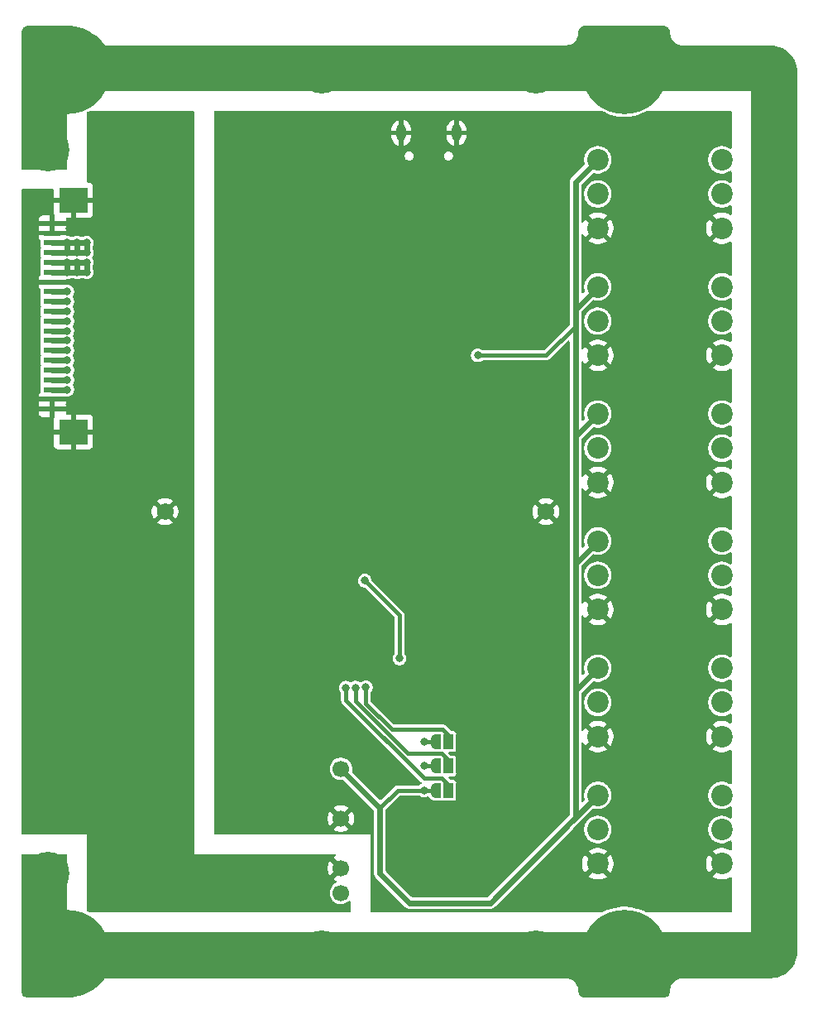
<source format=gbr>
%TF.GenerationSoftware,KiCad,Pcbnew,9.0.6*%
%TF.CreationDate,2025-11-30T12:45:29+03:00*%
%TF.ProjectId,PMIFC-1Wx12,504d4946-432d-4315-9778-31322e6b6963,rev?*%
%TF.SameCoordinates,PX3dfd240PY5f5e100*%
%TF.FileFunction,Copper,L2,Bot*%
%TF.FilePolarity,Positive*%
%FSLAX46Y46*%
G04 Gerber Fmt 4.6, Leading zero omitted, Abs format (unit mm)*
G04 Created by KiCad (PCBNEW 9.0.6) date 2025-11-30 12:45:29*
%MOMM*%
%LPD*%
G01*
G04 APERTURE LIST*
G04 Aperture macros list*
%AMFreePoly0*
4,1,23,0.550000,-0.750000,0.000000,-0.750000,0.000000,-0.745722,-0.065263,-0.745722,-0.191342,-0.711940,-0.304381,-0.646677,-0.396677,-0.554381,-0.461940,-0.441342,-0.495722,-0.315263,-0.495722,-0.250000,-0.500000,-0.250000,-0.500000,0.250000,-0.495722,0.250000,-0.495722,0.315263,-0.461940,0.441342,-0.396677,0.554381,-0.304381,0.646677,-0.191342,0.711940,-0.065263,0.745722,0.000000,0.745722,
0.000000,0.750000,0.550000,0.750000,0.550000,-0.750000,0.550000,-0.750000,$1*%
%AMFreePoly1*
4,1,23,0.000000,0.745722,0.065263,0.745722,0.191342,0.711940,0.304381,0.646677,0.396677,0.554381,0.461940,0.441342,0.495722,0.315263,0.495722,0.250000,0.500000,0.250000,0.500000,-0.250000,0.495722,-0.250000,0.495722,-0.315263,0.461940,-0.441342,0.396677,-0.554381,0.304381,-0.646677,0.191342,-0.711940,0.065263,-0.745722,0.000000,-0.745722,0.000000,-0.750000,-0.550000,-0.750000,
-0.550000,0.750000,0.000000,0.750000,0.000000,0.745722,0.000000,0.745722,$1*%
G04 Aperture macros list end*
%TA.AperFunction,ComponentPad*%
%ADD10C,0.700000*%
%TD*%
%TA.AperFunction,ComponentPad*%
%ADD11C,4.400000*%
%TD*%
%TA.AperFunction,ComponentPad*%
%ADD12C,2.200000*%
%TD*%
%TA.AperFunction,ComponentPad*%
%ADD13C,1.725000*%
%TD*%
%TA.AperFunction,ComponentPad*%
%ADD14C,0.900000*%
%TD*%
%TA.AperFunction,ComponentPad*%
%ADD15C,8.600000*%
%TD*%
%TA.AperFunction,ComponentPad*%
%ADD16O,1.000000X1.700000*%
%TD*%
%TA.AperFunction,ComponentPad*%
%ADD17C,1.700000*%
%TD*%
%TA.AperFunction,SMDPad,CuDef*%
%ADD18FreePoly0,180.000000*%
%TD*%
%TA.AperFunction,SMDPad,CuDef*%
%ADD19R,1.000000X1.500000*%
%TD*%
%TA.AperFunction,SMDPad,CuDef*%
%ADD20FreePoly1,180.000000*%
%TD*%
%TA.AperFunction,SMDPad,CuDef*%
%ADD21R,1.800000X0.600000*%
%TD*%
%TA.AperFunction,SMDPad,CuDef*%
%ADD22R,3.000000X2.600000*%
%TD*%
%TA.AperFunction,ViaPad*%
%ADD23C,0.800000*%
%TD*%
%TA.AperFunction,Conductor*%
%ADD24C,0.600000*%
%TD*%
%TA.AperFunction,Conductor*%
%ADD25C,0.400000*%
%TD*%
G04 APERTURE END LIST*
D10*
%TO.P,U1,PE,PE*%
%TO.N,PE*%
X-38650000Y37000000D03*
X-38650000Y-37000000D03*
X-38166726Y38166726D03*
X-38166726Y35833274D03*
X-38166726Y-35833274D03*
X-38166726Y-38166726D03*
X-37000000Y38650000D03*
D11*
X-37000000Y37000000D03*
D10*
X-37000000Y35350000D03*
X-37000000Y-35350000D03*
D11*
X-37000000Y-37000000D03*
D10*
X-37000000Y-38650000D03*
X-35833274Y38166726D03*
X-35833274Y35833274D03*
X-35833274Y-35833274D03*
X-35833274Y-38166726D03*
X-35350000Y37000000D03*
X-35350000Y-37000000D03*
X-10650000Y45000000D03*
X-10650000Y-45000000D03*
X-10166726Y46166726D03*
X-10166726Y43833274D03*
X-10166726Y-43833274D03*
X-10166726Y-46166726D03*
X-9000000Y46650000D03*
D11*
X-9000000Y45000000D03*
D10*
X-9000000Y43350000D03*
X-9000000Y-43350000D03*
D11*
X-9000000Y-45000000D03*
D10*
X-9000000Y-46650000D03*
X-7833274Y46166726D03*
X-7833274Y43833274D03*
X-7833274Y-43833274D03*
X-7833274Y-46166726D03*
X-7350000Y45000000D03*
X-7350000Y-45000000D03*
%TD*%
D12*
%TO.P,J6,1,Pin_1*%
%TO.N,GND_IFC*%
X32000000Y-36000000D03*
%TO.P,J6,2,Pin_2*%
%TO.N,/SENSE*%
X32000000Y-32500000D03*
%TO.P,J6,3,Pin_3*%
%TO.N,+3.3V_IFC*%
X32000000Y-29000000D03*
%TO.P,J6,4,Pin_4*%
%TO.N,GND_IFC*%
X19300000Y-36000000D03*
%TO.P,J6,5,Pin_5*%
%TO.N,/SENSE*%
X19300000Y-32500000D03*
%TO.P,J6,6,Pin_6*%
%TO.N,+3.3V_IFC*%
X19300000Y-29000000D03*
%TD*%
D13*
%TO.P,U4,1*%
%TO.N,GND_IFC*%
X14000000Y0D03*
%TD*%
D10*
%TO.P,SP1,PE,PE*%
%TO.N,PE*%
X11350000Y45000000D03*
X11350000Y-45000000D03*
X11833274Y46166726D03*
X11833274Y43833274D03*
X11833274Y-43833274D03*
X11833274Y-46166726D03*
X13000000Y46650000D03*
D11*
X13000000Y45000000D03*
D10*
X13000000Y43350000D03*
X13000000Y-43350000D03*
D11*
X13000000Y-45000000D03*
D10*
X13000000Y-46650000D03*
X14166726Y46166726D03*
X14166726Y43833274D03*
X14166726Y-43833274D03*
X14166726Y-46166726D03*
X14650000Y45000000D03*
X14650000Y-45000000D03*
X35350000Y45000000D03*
X35350000Y-45000000D03*
X35833274Y46166726D03*
X35833274Y43833274D03*
X35833274Y-43833274D03*
X35833274Y-46166726D03*
X37000000Y46650000D03*
D11*
X37000000Y45000000D03*
D10*
X37000000Y43350000D03*
X37000000Y-43350000D03*
D11*
X37000000Y-45000000D03*
D10*
X37000000Y-46650000D03*
X38166726Y46166726D03*
X38166726Y43833274D03*
X38166726Y-43833274D03*
X38166726Y-46166726D03*
X38650000Y45000000D03*
X38650000Y-45000000D03*
%TD*%
D12*
%TO.P,J4,1,Pin_1*%
%TO.N,GND_IFC*%
X32000000Y3000000D03*
%TO.P,J4,2,Pin_2*%
%TO.N,/SENSE*%
X32000000Y6500000D03*
%TO.P,J4,3,Pin_3*%
%TO.N,+3.3V_IFC*%
X32000000Y10000000D03*
%TO.P,J4,4,Pin_4*%
%TO.N,GND_IFC*%
X19300000Y3000000D03*
%TO.P,J4,5,Pin_5*%
%TO.N,/SENSE*%
X19300000Y6500000D03*
%TO.P,J4,6,Pin_6*%
%TO.N,+3.3V_IFC*%
X19300000Y10000000D03*
%TD*%
D14*
%TO.P,H2,1,1*%
%TO.N,PE*%
X-38225000Y45000000D03*
X-37280419Y47280419D03*
X-37280419Y42719581D03*
X-35000000Y48225000D03*
D15*
X-35000000Y45000000D03*
D14*
X-35000000Y41775000D03*
X-32719581Y47280419D03*
X-32719581Y42719581D03*
X-31775000Y45000000D03*
%TD*%
D12*
%TO.P,J1,1,Pin_1*%
%TO.N,GND_IFC*%
X32000000Y29000000D03*
%TO.P,J1,2,Pin_2*%
%TO.N,/SENSE*%
X32000000Y32500000D03*
%TO.P,J1,3,Pin_3*%
%TO.N,+3.3V_IFC*%
X32000000Y36000000D03*
%TO.P,J1,4,Pin_4*%
%TO.N,GND_IFC*%
X19300000Y29000000D03*
%TO.P,J1,5,Pin_5*%
%TO.N,/SENSE*%
X19300000Y32500000D03*
%TO.P,J1,6,Pin_6*%
%TO.N,+3.3V_IFC*%
X19300000Y36000000D03*
%TD*%
D16*
%TO.P,J7,5,GND*%
%TO.N,GND_IFC*%
X4825001Y38752158D03*
X-825001Y38752158D03*
%TD*%
D13*
%TO.P,U3,1*%
%TO.N,GND_IB*%
X-25000000Y0D03*
%TD*%
D12*
%TO.P,J3,1,Pin_1*%
%TO.N,GND_IFC*%
X32000000Y-10000000D03*
%TO.P,J3,2,Pin_2*%
%TO.N,/SENSE*%
X32000000Y-6500000D03*
%TO.P,J3,3,Pin_3*%
%TO.N,+3.3V_IFC*%
X32000000Y-3000000D03*
%TO.P,J3,4,Pin_4*%
%TO.N,GND_IFC*%
X19300000Y-10000000D03*
%TO.P,J3,5,Pin_5*%
%TO.N,/SENSE*%
X19300000Y-6500000D03*
%TO.P,J3,6,Pin_6*%
%TO.N,+3.3V_IFC*%
X19300000Y-3000000D03*
%TD*%
%TO.P,J2,1,Pin_1*%
%TO.N,GND_IFC*%
X32000000Y16000000D03*
%TO.P,J2,2,Pin_2*%
%TO.N,/SENSE*%
X32000000Y19500000D03*
%TO.P,J2,3,Pin_3*%
%TO.N,+3.3V_IFC*%
X32000000Y23000000D03*
%TO.P,J2,4,Pin_4*%
%TO.N,GND_IFC*%
X19300000Y16000000D03*
%TO.P,J2,5,Pin_5*%
%TO.N,/SENSE*%
X19300000Y19500000D03*
%TO.P,J2,6,Pin_6*%
%TO.N,+3.3V_IFC*%
X19300000Y23000000D03*
%TD*%
D17*
%TO.P,PS1,1,Vin*%
%TO.N,+5V_IB*%
X-7000000Y-39000000D03*
%TO.P,PS1,2,GND*%
%TO.N,GND_IB*%
X-7000000Y-36460000D03*
%TO.P,PS1,4,0V*%
%TO.N,GND_IFC*%
X-7000000Y-31380000D03*
%TO.P,PS1,6,+V*%
%TO.N,+3.3V_IFC*%
X-7000000Y-26300000D03*
%TD*%
D14*
%TO.P,H1,1,1*%
%TO.N,PE*%
X18775000Y45000000D03*
X19719581Y47280419D03*
X19719581Y42719581D03*
X22000000Y48225000D03*
D15*
X22000000Y45000000D03*
D14*
X22000000Y41775000D03*
X24280419Y47280419D03*
X24280419Y42719581D03*
X25225000Y45000000D03*
%TD*%
%TO.P,H3,1,1*%
%TO.N,PE*%
X18775000Y-45000000D03*
X19719581Y-42719581D03*
X19719581Y-47280419D03*
X22000000Y-41775000D03*
D15*
X22000000Y-45000000D03*
D14*
X22000000Y-48225000D03*
X24280419Y-42719581D03*
X24280419Y-47280419D03*
X25225000Y-45000000D03*
%TD*%
D12*
%TO.P,J5,1,Pin_1*%
%TO.N,GND_IFC*%
X32000000Y-23000000D03*
%TO.P,J5,2,Pin_2*%
%TO.N,/SENSE*%
X32000000Y-19500000D03*
%TO.P,J5,3,Pin_3*%
%TO.N,+3.3V_IFC*%
X32000000Y-16000000D03*
%TO.P,J5,4,Pin_4*%
%TO.N,GND_IFC*%
X19300000Y-23000000D03*
%TO.P,J5,5,Pin_5*%
%TO.N,/SENSE*%
X19300000Y-19500000D03*
%TO.P,J5,6,Pin_6*%
%TO.N,+3.3V_IFC*%
X19300000Y-16000000D03*
%TD*%
D14*
%TO.P,H4,1,1*%
%TO.N,PE*%
X-38225000Y-45000000D03*
X-37280419Y-42719581D03*
X-37280419Y-47280419D03*
X-35000000Y-41775000D03*
D15*
X-35000000Y-45000000D03*
D14*
X-35000000Y-48225000D03*
X-32719581Y-42719581D03*
X-32719581Y-47280419D03*
X-31775000Y-45000000D03*
%TD*%
D18*
%TO.P,JP6,1,A*%
%TO.N,GND_IFC*%
X5300000Y-26000000D03*
D19*
%TO.P,JP6,2,C*%
%TO.N,Net-(JP6-C)*%
X4000000Y-26000000D03*
D20*
%TO.P,JP6,3,B*%
%TO.N,+3.3V_IFC*%
X2700000Y-26000000D03*
%TD*%
D18*
%TO.P,JP7,1,A*%
%TO.N,GND_IFC*%
X5300000Y-23500000D03*
D19*
%TO.P,JP7,2,C*%
%TO.N,Net-(JP7-C)*%
X4000000Y-23500000D03*
D20*
%TO.P,JP7,3,B*%
%TO.N,+3.3V_IFC*%
X2700000Y-23500000D03*
%TD*%
D21*
%TO.P,JM2,1,Pin_1*%
%TO.N,GND_IB*%
X-36546000Y29500000D03*
%TO.P,JM2,2,Pin_2*%
X-36546000Y28500000D03*
%TO.P,JM2,3,Pin_3*%
%TO.N,+5V_IB*%
X-36546000Y27500000D03*
%TO.P,JM2,4,Pin_4*%
X-36546000Y26500000D03*
%TO.P,JM2,5,Pin_5*%
%TO.N,+3.3V_IB*%
X-36546000Y25500000D03*
%TO.P,JM2,6,Pin_6*%
X-36546000Y24500000D03*
%TO.P,JM2,7,Pin_7*%
%TO.N,GND_IB*%
X-36546000Y23500000D03*
%TO.P,JM2,8,Pin_8*%
%TO.N,/MOSI_IB*%
X-36546000Y22500000D03*
%TO.P,JM2,9,Pin_9*%
%TO.N,/MISO_IB*%
X-36546000Y21500000D03*
%TO.P,JM2,10,Pin_10*%
%TO.N,/SCK_IB*%
X-36546000Y20500000D03*
%TO.P,JM2,11,Pin_11*%
%TO.N,/CS0_IB*%
X-36546000Y19500000D03*
%TO.P,JM2,12,Pin_11*%
%TO.N,/CS1_IB*%
X-36546000Y18500000D03*
%TO.P,JM2,13,Pin_11*%
%TO.N,/CS2_IB*%
X-36546000Y17500000D03*
%TO.P,JM2,14,Pin_11*%
%TO.N,/CS3_IB*%
X-36546000Y16500000D03*
%TO.P,JM2,15,Pin_11*%
%TO.N,/RST_IB*%
X-36546000Y15500000D03*
%TO.P,JM2,16,Pin_11*%
%TO.N,Net-(JM1-Pin_5)*%
X-36546000Y14500000D03*
%TO.P,JM2,17,Pin_11*%
%TO.N,/SDA_IB*%
X-36546000Y13500000D03*
%TO.P,JM2,18,Pin_11*%
%TO.N,/SCL_IB*%
X-36546000Y12500000D03*
%TO.P,JM2,19,Pin_11*%
%TO.N,GND_IB*%
X-36546000Y11500000D03*
%TO.P,JM2,20,Pin_11*%
X-36546000Y10500000D03*
D22*
%TO.P,JM2,MP1,Pin_11*%
X-34375000Y31850000D03*
%TO.P,JM2,MP2,Pin_11*%
X-34375000Y8150000D03*
%TD*%
D18*
%TO.P,JP5,1,A*%
%TO.N,GND_IFC*%
X5300000Y-28500000D03*
D19*
%TO.P,JP5,2,C*%
%TO.N,Net-(JP5-C)*%
X4000000Y-28500000D03*
D20*
%TO.P,JP5,3,B*%
%TO.N,+3.3V_IFC*%
X2700000Y-28500000D03*
%TD*%
D23*
%TO.N,/CS2_IB*%
X-35000000Y17500000D03*
%TO.N,/MOSI_IB*%
X-35000000Y22500000D03*
%TO.N,GND_IB*%
X-32000000Y31000000D03*
X-32000000Y17000000D03*
X-25000000Y8000000D03*
X-32000000Y8000000D03*
X-37000000Y-31000000D03*
X-32000000Y33000000D03*
X-32000000Y32000000D03*
X-32000000Y7000000D03*
X-27000000Y6000000D03*
X-27000000Y8000000D03*
X-31000000Y16000000D03*
X-32000000Y9000000D03*
X-31000000Y-37000000D03*
X-25000000Y6000000D03*
X-26000000Y7000000D03*
%TO.N,/SDA_IB*%
X-35000000Y13500000D03*
%TO.N,Net-(JM1-Pin_5)*%
X-35000000Y14500000D03*
%TO.N,+3.3V_IFC*%
X7000000Y16000000D03*
X1500000Y-26000000D03*
X1500000Y-23500000D03*
X1500000Y-28500000D03*
%TO.N,+3.3V_IB*%
X-35000000Y24500000D03*
X-35000000Y25500000D03*
X-34000000Y24500000D03*
X-33000000Y25500000D03*
X-34000000Y25500000D03*
X-33000000Y24500000D03*
%TO.N,/MISO_IB*%
X-35000000Y21500000D03*
%TO.N,+5V_IB*%
X-34000000Y27500000D03*
X-33000000Y27500000D03*
X-34000000Y26500000D03*
X-33000000Y26500000D03*
X-35000000Y26500000D03*
X-35000000Y27500000D03*
%TO.N,/RST_IB*%
X-35000000Y15500000D03*
%TO.N,/SCL_IB*%
X-35000000Y12500000D03*
%TO.N,/CS3_IB*%
X-35000000Y16500000D03*
%TO.N,/SCK_IB*%
X-35000000Y20500000D03*
%TO.N,/CS1_IB*%
X-35000000Y18500000D03*
%TO.N,/CS0_IB*%
X-35000000Y19500000D03*
%TO.N,GND_IFC*%
X-17000000Y8000000D03*
X-15000000Y8000000D03*
X-17000000Y6000000D03*
X-16000000Y7000000D03*
X-15000000Y6000000D03*
%TO.N,/EN*%
X-4550000Y-7050000D03*
X-1000000Y-15000000D03*
%TO.N,Net-(JP5-C)*%
X-6500000Y-18000000D03*
%TO.N,Net-(JP6-C)*%
X-5500000Y-18000000D03*
%TO.N,Net-(JP7-C)*%
X-4434313Y-17934316D03*
%TD*%
D24*
%TO.N,/CS2_IB*%
X-36546000Y17500000D02*
X-35000000Y17500000D01*
%TO.N,/MOSI_IB*%
X-36546000Y22500000D02*
X-35000000Y22500000D01*
%TO.N,/SDA_IB*%
X-36546000Y13500000D02*
X-35000000Y13500000D01*
%TO.N,Net-(JM1-Pin_5)*%
X-36546000Y14500000D02*
X-35000000Y14500000D01*
D25*
%TO.N,+3.3V_IFC*%
X2700000Y-26000000D02*
X1500000Y-26000000D01*
D24*
X19300000Y36000000D02*
X17000000Y33700000D01*
X0Y-40000000D02*
X8300000Y-40000000D01*
X19300000Y23000000D02*
X17000000Y20700000D01*
X17000000Y20700000D02*
X17000000Y19000000D01*
X-3000000Y-37000000D02*
X0Y-40000000D01*
D25*
X1500000Y-28500000D02*
X-1200000Y-28500000D01*
D24*
X-3000000Y-30300000D02*
X-3000000Y-37000000D01*
X17000000Y33700000D02*
X17000000Y20700000D01*
X19300000Y10000000D02*
X17000000Y7700000D01*
X19300000Y-16000000D02*
X17000000Y-18300000D01*
D25*
X14000000Y16000000D02*
X17000000Y19000000D01*
X-1200000Y-28500000D02*
X-3000000Y-30300000D01*
D24*
X17000000Y19000000D02*
X17000000Y7700000D01*
X17000000Y7700000D02*
X17000000Y-5300000D01*
X19300000Y-3000000D02*
X17000000Y-5300000D01*
X17000000Y-5300000D02*
X17000000Y-18300000D01*
D25*
X7000000Y16000000D02*
X14000000Y16000000D01*
D24*
X17000000Y-18300000D02*
X17000000Y-31300000D01*
X8300000Y-40000000D02*
X16650000Y-31650000D01*
X-7000000Y-26300000D02*
X-3000000Y-30300000D01*
D25*
X1500000Y-23500000D02*
X2700000Y-23500000D01*
X2700000Y-28500000D02*
X1500000Y-28500000D01*
D24*
X17000000Y-31300000D02*
X16650000Y-31650000D01*
X16650000Y-31650000D02*
X19300000Y-29000000D01*
%TO.N,+3.3V_IB*%
X-33000000Y24500000D02*
X-36546000Y24500000D01*
X-34000000Y25500000D02*
X-34000000Y24500000D01*
X-33000000Y25500000D02*
X-33000000Y24500000D01*
X-33000000Y25500000D02*
X-36546000Y25500000D01*
X-35000000Y25500000D02*
X-35000000Y24500000D01*
%TO.N,/MISO_IB*%
X-36546000Y21500000D02*
X-35000000Y21500000D01*
%TO.N,+5V_IB*%
X-33000000Y27500000D02*
X-36546000Y27500000D01*
X-34000000Y27500000D02*
X-34000000Y26500000D01*
X-35000000Y27500000D02*
X-35000000Y26500000D01*
X-33000000Y26500000D02*
X-36546000Y26500000D01*
X-33000000Y26500000D02*
X-33000000Y27500000D01*
%TO.N,/RST_IB*%
X-36546000Y15500000D02*
X-35000000Y15500000D01*
%TO.N,/SCL_IB*%
X-36546000Y12500000D02*
X-35000000Y12500000D01*
%TO.N,/CS3_IB*%
X-36546000Y16500000D02*
X-35000000Y16500000D01*
%TO.N,/SCK_IB*%
X-36546000Y20500000D02*
X-35000000Y20500000D01*
%TO.N,/CS1_IB*%
X-36546000Y18500000D02*
X-35000000Y18500000D01*
%TO.N,/CS0_IB*%
X-36546000Y19500000D02*
X-35000000Y19500000D01*
D25*
%TO.N,/EN*%
X-1000000Y-10600000D02*
X-1000000Y-15000000D01*
X-4550000Y-7050000D02*
X-1000000Y-10600000D01*
%TO.N,Net-(JP5-C)*%
X4000000Y-28500000D02*
X4000000Y-27925828D01*
X3324172Y-27250000D02*
X1500000Y-27250000D01*
X4000000Y-27925828D02*
X3324172Y-27250000D01*
X1500000Y-27250000D02*
X-6500000Y-19250000D01*
X-6500000Y-19250000D02*
X-6500000Y-18000000D01*
%TO.N,Net-(JP6-C)*%
X-150058Y-24750000D02*
X-5500000Y-19400058D01*
X-5500000Y-19400058D02*
X-5500000Y-18000000D01*
X4000000Y-26000000D02*
X4000000Y-25425828D01*
X4000000Y-25425828D02*
X3324172Y-24750000D01*
X3324172Y-24750000D02*
X-150058Y-24750000D01*
%TO.N,Net-(JP7-C)*%
X-4434313Y-17934316D02*
X-4434313Y-19615803D01*
X-4434313Y-19615803D02*
X-1800116Y-22250000D01*
X3400000Y-22250000D02*
X4000000Y-22850000D01*
X-1800116Y-22250000D02*
X3400000Y-22250000D01*
X4000000Y-22850000D02*
X4000000Y-23500000D01*
%TD*%
%TA.AperFunction,Conductor*%
%TO.N,GND_IFC*%
G36*
X19709465Y40995851D02*
G01*
X19723212Y40996505D01*
X19755978Y40983387D01*
X19873695Y40915423D01*
X19873710Y40915415D01*
X19958236Y40876000D01*
X20237788Y40745643D01*
X20615285Y40608245D01*
X20615291Y40608244D01*
X20615295Y40608242D01*
X20720963Y40579929D01*
X21003321Y40504271D01*
X21398942Y40434512D01*
X21799136Y40399501D01*
X21799137Y40399500D01*
X21799138Y40399500D01*
X22200863Y40399500D01*
X22200863Y40399501D01*
X22601058Y40434512D01*
X22996679Y40504271D01*
X23384715Y40608245D01*
X23762212Y40745643D01*
X24126298Y40915419D01*
X24244022Y40983388D01*
X24306022Y41000000D01*
X32876000Y41000000D01*
X32943039Y40980315D01*
X32988794Y40927511D01*
X33000000Y40876000D01*
X33000000Y37247936D01*
X32980315Y37180897D01*
X32927511Y37135142D01*
X32858353Y37125198D01*
X32803116Y37147617D01*
X32734024Y37197814D01*
X32537606Y37297896D01*
X32537603Y37297897D01*
X32327952Y37366015D01*
X32219086Y37383258D01*
X32110222Y37400500D01*
X31889778Y37400500D01*
X31817201Y37389005D01*
X31672047Y37366015D01*
X31462396Y37297897D01*
X31462393Y37297896D01*
X31265974Y37197813D01*
X31087641Y37068248D01*
X31087636Y37068244D01*
X30931756Y36912364D01*
X30931752Y36912359D01*
X30802187Y36734026D01*
X30702104Y36537607D01*
X30702103Y36537604D01*
X30633985Y36327953D01*
X30599500Y36110222D01*
X30599500Y35889779D01*
X30633985Y35672048D01*
X30702103Y35462397D01*
X30702104Y35462394D01*
X30802187Y35265975D01*
X30931752Y35087642D01*
X30931756Y35087637D01*
X31087636Y34931757D01*
X31087641Y34931753D01*
X31164568Y34875863D01*
X31265978Y34802185D01*
X31364343Y34752065D01*
X31462393Y34702105D01*
X31462396Y34702104D01*
X31529525Y34680293D01*
X31672049Y34633985D01*
X31889778Y34599500D01*
X31889779Y34599500D01*
X32110221Y34599500D01*
X32110222Y34599500D01*
X32327951Y34633985D01*
X32537606Y34702105D01*
X32734022Y34802185D01*
X32771231Y34829220D01*
X32803115Y34852383D01*
X32868921Y34875863D01*
X32936975Y34860037D01*
X32985670Y34809931D01*
X33000000Y34752065D01*
X33000000Y33747936D01*
X32980315Y33680897D01*
X32927511Y33635142D01*
X32858353Y33625198D01*
X32803116Y33647617D01*
X32734024Y33697814D01*
X32537606Y33797896D01*
X32537603Y33797897D01*
X32327952Y33866015D01*
X32219086Y33883258D01*
X32110222Y33900500D01*
X31889778Y33900500D01*
X31817201Y33889005D01*
X31672047Y33866015D01*
X31462396Y33797897D01*
X31462393Y33797896D01*
X31265974Y33697813D01*
X31087641Y33568248D01*
X31087636Y33568244D01*
X30931756Y33412364D01*
X30931752Y33412359D01*
X30802187Y33234026D01*
X30702104Y33037607D01*
X30702103Y33037604D01*
X30633985Y32827953D01*
X30599500Y32610222D01*
X30599500Y32389779D01*
X30633985Y32172048D01*
X30702103Y31962397D01*
X30702104Y31962394D01*
X30802187Y31765975D01*
X30931752Y31587642D01*
X30931756Y31587637D01*
X31087636Y31431757D01*
X31087641Y31431753D01*
X31164568Y31375863D01*
X31265978Y31302185D01*
X31364343Y31252065D01*
X31462393Y31202105D01*
X31462396Y31202104D01*
X31567221Y31168045D01*
X31672049Y31133985D01*
X31889778Y31099500D01*
X31889779Y31099500D01*
X32110221Y31099500D01*
X32110222Y31099500D01*
X32327951Y31133985D01*
X32537606Y31202105D01*
X32734022Y31302185D01*
X32771231Y31329220D01*
X32803115Y31352383D01*
X32868921Y31375863D01*
X32936975Y31360037D01*
X32985670Y31309931D01*
X33000000Y31252065D01*
X33000000Y30488547D01*
X32980315Y30421508D01*
X32927511Y30375753D01*
X32858353Y30365809D01*
X32819705Y30378062D01*
X32614184Y30482781D01*
X32374669Y30560603D01*
X32125928Y30600000D01*
X31874072Y30600000D01*
X31625330Y30560603D01*
X31385815Y30482781D01*
X31161413Y30368441D01*
X31059301Y30294253D01*
X31059300Y30294252D01*
X31714242Y29639310D01*
X31668426Y29620332D01*
X31553776Y29543726D01*
X31456274Y29446224D01*
X31379668Y29331574D01*
X31360690Y29285758D01*
X30705748Y29940700D01*
X30705747Y29940699D01*
X30631559Y29838587D01*
X30517219Y29614185D01*
X30439397Y29374670D01*
X30400000Y29125929D01*
X30400000Y28874072D01*
X30439397Y28625331D01*
X30517219Y28385816D01*
X30631557Y28161417D01*
X30705748Y28059303D01*
X30705748Y28059302D01*
X31360690Y28714244D01*
X31379668Y28668426D01*
X31456274Y28553776D01*
X31553776Y28456274D01*
X31668426Y28379668D01*
X31714241Y28360691D01*
X31059300Y27705750D01*
X31161416Y27631558D01*
X31385815Y27517220D01*
X31625330Y27439398D01*
X31874072Y27400000D01*
X32125928Y27400000D01*
X32374669Y27439398D01*
X32614187Y27517221D01*
X32614191Y27517223D01*
X32819705Y27621938D01*
X32888374Y27634835D01*
X32953114Y27608559D01*
X32993372Y27551453D01*
X33000000Y27511454D01*
X33000000Y24247936D01*
X32980315Y24180897D01*
X32927511Y24135142D01*
X32858353Y24125198D01*
X32803116Y24147617D01*
X32734024Y24197814D01*
X32537606Y24297896D01*
X32537603Y24297897D01*
X32327952Y24366015D01*
X32219086Y24383258D01*
X32110222Y24400500D01*
X31889778Y24400500D01*
X31817201Y24389005D01*
X31672047Y24366015D01*
X31462396Y24297897D01*
X31462393Y24297896D01*
X31265974Y24197813D01*
X31087641Y24068248D01*
X31087636Y24068244D01*
X30931756Y23912364D01*
X30931752Y23912359D01*
X30802187Y23734026D01*
X30702104Y23537607D01*
X30702103Y23537604D01*
X30633985Y23327953D01*
X30599500Y23110222D01*
X30599500Y22889779D01*
X30633985Y22672048D01*
X30702103Y22462397D01*
X30702104Y22462394D01*
X30802187Y22265975D01*
X30931752Y22087642D01*
X30931756Y22087637D01*
X31087636Y21931757D01*
X31087641Y21931753D01*
X31164568Y21875863D01*
X31265978Y21802185D01*
X31364343Y21752065D01*
X31462393Y21702105D01*
X31462396Y21702104D01*
X31529525Y21680293D01*
X31672049Y21633985D01*
X31889778Y21599500D01*
X31889779Y21599500D01*
X32110221Y21599500D01*
X32110222Y21599500D01*
X32327951Y21633985D01*
X32537606Y21702105D01*
X32734022Y21802185D01*
X32771231Y21829220D01*
X32803115Y21852383D01*
X32868921Y21875863D01*
X32936975Y21860037D01*
X32985670Y21809931D01*
X33000000Y21752065D01*
X33000000Y20747936D01*
X32980315Y20680897D01*
X32927511Y20635142D01*
X32858353Y20625198D01*
X32803116Y20647617D01*
X32734024Y20697814D01*
X32537606Y20797896D01*
X32537603Y20797897D01*
X32327952Y20866015D01*
X32219086Y20883258D01*
X32110222Y20900500D01*
X31889778Y20900500D01*
X31817201Y20889005D01*
X31672047Y20866015D01*
X31462396Y20797897D01*
X31462393Y20797896D01*
X31265974Y20697813D01*
X31087641Y20568248D01*
X31087636Y20568244D01*
X30931756Y20412364D01*
X30931752Y20412359D01*
X30802187Y20234026D01*
X30702104Y20037607D01*
X30702103Y20037604D01*
X30633985Y19827953D01*
X30599500Y19610222D01*
X30599500Y19389779D01*
X30633985Y19172048D01*
X30702103Y18962397D01*
X30702104Y18962394D01*
X30802187Y18765975D01*
X30931752Y18587642D01*
X30931756Y18587637D01*
X31087636Y18431757D01*
X31087641Y18431753D01*
X31164568Y18375863D01*
X31265978Y18302185D01*
X31364343Y18252065D01*
X31462393Y18202105D01*
X31462396Y18202104D01*
X31567221Y18168045D01*
X31672049Y18133985D01*
X31889778Y18099500D01*
X31889779Y18099500D01*
X32110221Y18099500D01*
X32110222Y18099500D01*
X32327951Y18133985D01*
X32537606Y18202105D01*
X32734022Y18302185D01*
X32771231Y18329220D01*
X32803115Y18352383D01*
X32868921Y18375863D01*
X32936975Y18360037D01*
X32985670Y18309931D01*
X33000000Y18252065D01*
X33000000Y17488547D01*
X32980315Y17421508D01*
X32927511Y17375753D01*
X32858353Y17365809D01*
X32819705Y17378062D01*
X32614184Y17482781D01*
X32374669Y17560603D01*
X32125928Y17600000D01*
X31874072Y17600000D01*
X31625330Y17560603D01*
X31385815Y17482781D01*
X31161413Y17368441D01*
X31059301Y17294253D01*
X31059300Y17294252D01*
X31714242Y16639310D01*
X31668426Y16620332D01*
X31553776Y16543726D01*
X31456274Y16446224D01*
X31379668Y16331574D01*
X31360690Y16285758D01*
X30705748Y16940700D01*
X30705747Y16940699D01*
X30631559Y16838587D01*
X30517219Y16614185D01*
X30439397Y16374670D01*
X30400000Y16125929D01*
X30400000Y15874072D01*
X30439397Y15625331D01*
X30517219Y15385816D01*
X30631557Y15161417D01*
X30705748Y15059303D01*
X30705748Y15059302D01*
X31360690Y15714244D01*
X31379668Y15668426D01*
X31456274Y15553776D01*
X31553776Y15456274D01*
X31668426Y15379668D01*
X31714241Y15360691D01*
X31059300Y14705750D01*
X31161416Y14631558D01*
X31385815Y14517220D01*
X31625330Y14439398D01*
X31874072Y14400000D01*
X32125928Y14400000D01*
X32374669Y14439398D01*
X32614187Y14517221D01*
X32614191Y14517223D01*
X32819705Y14621938D01*
X32888374Y14634835D01*
X32953114Y14608559D01*
X32993372Y14551453D01*
X33000000Y14511454D01*
X33000000Y11247936D01*
X32980315Y11180897D01*
X32927511Y11135142D01*
X32858353Y11125198D01*
X32803116Y11147617D01*
X32734024Y11197814D01*
X32537606Y11297896D01*
X32537603Y11297897D01*
X32327952Y11366015D01*
X32219086Y11383258D01*
X32110222Y11400500D01*
X31889778Y11400500D01*
X31817201Y11389005D01*
X31672047Y11366015D01*
X31462396Y11297897D01*
X31462393Y11297896D01*
X31265974Y11197813D01*
X31087641Y11068248D01*
X31087636Y11068244D01*
X30931756Y10912364D01*
X30931752Y10912359D01*
X30802187Y10734026D01*
X30702104Y10537607D01*
X30702103Y10537604D01*
X30633985Y10327953D01*
X30599500Y10110222D01*
X30599500Y9889779D01*
X30633985Y9672048D01*
X30702103Y9462397D01*
X30702104Y9462394D01*
X30802187Y9265975D01*
X30931752Y9087642D01*
X30931756Y9087637D01*
X31087636Y8931757D01*
X31087641Y8931753D01*
X31164568Y8875863D01*
X31265978Y8802185D01*
X31364343Y8752065D01*
X31462393Y8702105D01*
X31462396Y8702104D01*
X31529525Y8680293D01*
X31672049Y8633985D01*
X31889778Y8599500D01*
X31889779Y8599500D01*
X32110221Y8599500D01*
X32110222Y8599500D01*
X32327951Y8633985D01*
X32537606Y8702105D01*
X32734022Y8802185D01*
X32771231Y8829220D01*
X32803115Y8852383D01*
X32868921Y8875863D01*
X32936975Y8860037D01*
X32985670Y8809931D01*
X33000000Y8752065D01*
X33000000Y7747936D01*
X32980315Y7680897D01*
X32927511Y7635142D01*
X32858353Y7625198D01*
X32803116Y7647617D01*
X32734024Y7697814D01*
X32537606Y7797896D01*
X32537603Y7797897D01*
X32327952Y7866015D01*
X32219086Y7883258D01*
X32110222Y7900500D01*
X31889778Y7900500D01*
X31817201Y7889005D01*
X31672047Y7866015D01*
X31462396Y7797897D01*
X31462393Y7797896D01*
X31265974Y7697813D01*
X31087641Y7568248D01*
X31087636Y7568244D01*
X30931756Y7412364D01*
X30931752Y7412359D01*
X30802187Y7234026D01*
X30702104Y7037607D01*
X30702103Y7037604D01*
X30633985Y6827953D01*
X30599500Y6610222D01*
X30599500Y6389779D01*
X30633985Y6172048D01*
X30702103Y5962397D01*
X30702104Y5962394D01*
X30802187Y5765975D01*
X30931752Y5587642D01*
X30931756Y5587637D01*
X31087636Y5431757D01*
X31087641Y5431753D01*
X31164568Y5375863D01*
X31265978Y5302185D01*
X31364343Y5252065D01*
X31462393Y5202105D01*
X31462396Y5202104D01*
X31567221Y5168045D01*
X31672049Y5133985D01*
X31889778Y5099500D01*
X31889779Y5099500D01*
X32110221Y5099500D01*
X32110222Y5099500D01*
X32327951Y5133985D01*
X32537606Y5202105D01*
X32734022Y5302185D01*
X32771231Y5329220D01*
X32803115Y5352383D01*
X32868921Y5375863D01*
X32936975Y5360037D01*
X32985670Y5309931D01*
X33000000Y5252065D01*
X33000000Y4488547D01*
X32980315Y4421508D01*
X32927511Y4375753D01*
X32858353Y4365809D01*
X32819705Y4378062D01*
X32614184Y4482781D01*
X32374669Y4560603D01*
X32125928Y4600000D01*
X31874072Y4600000D01*
X31625330Y4560603D01*
X31385815Y4482781D01*
X31161413Y4368441D01*
X31059301Y4294253D01*
X31059300Y4294252D01*
X31714242Y3639310D01*
X31668426Y3620332D01*
X31553776Y3543726D01*
X31456274Y3446224D01*
X31379668Y3331574D01*
X31360690Y3285758D01*
X30705748Y3940700D01*
X30705747Y3940699D01*
X30631559Y3838587D01*
X30517219Y3614185D01*
X30439397Y3374670D01*
X30400000Y3125929D01*
X30400000Y2874072D01*
X30439397Y2625331D01*
X30517219Y2385816D01*
X30631557Y2161417D01*
X30705748Y2059303D01*
X30705748Y2059302D01*
X31360690Y2714244D01*
X31379668Y2668426D01*
X31456274Y2553776D01*
X31553776Y2456274D01*
X31668426Y2379668D01*
X31714241Y2360691D01*
X31059300Y1705750D01*
X31161416Y1631558D01*
X31385815Y1517220D01*
X31625330Y1439398D01*
X31874072Y1400000D01*
X32125928Y1400000D01*
X32374669Y1439398D01*
X32614187Y1517221D01*
X32614191Y1517223D01*
X32819705Y1621938D01*
X32888374Y1634835D01*
X32953114Y1608559D01*
X32993372Y1551453D01*
X33000000Y1511454D01*
X33000000Y-1752064D01*
X32980315Y-1819103D01*
X32927511Y-1864858D01*
X32858353Y-1874802D01*
X32803116Y-1852383D01*
X32734024Y-1802186D01*
X32537606Y-1702104D01*
X32537603Y-1702103D01*
X32327952Y-1633985D01*
X32219086Y-1616742D01*
X32110222Y-1599500D01*
X31889778Y-1599500D01*
X31817201Y-1610995D01*
X31672047Y-1633985D01*
X31462396Y-1702103D01*
X31462393Y-1702104D01*
X31265974Y-1802187D01*
X31087641Y-1931752D01*
X31087636Y-1931756D01*
X30931756Y-2087636D01*
X30931752Y-2087641D01*
X30802187Y-2265974D01*
X30702104Y-2462393D01*
X30702103Y-2462396D01*
X30633985Y-2672047D01*
X30599500Y-2889778D01*
X30599500Y-3110221D01*
X30633985Y-3327952D01*
X30702103Y-3537603D01*
X30702104Y-3537606D01*
X30802187Y-3734025D01*
X30931752Y-3912358D01*
X30931756Y-3912363D01*
X31087636Y-4068243D01*
X31087641Y-4068247D01*
X31164568Y-4124137D01*
X31265978Y-4197815D01*
X31364343Y-4247935D01*
X31462393Y-4297895D01*
X31462396Y-4297896D01*
X31529525Y-4319707D01*
X31672049Y-4366015D01*
X31889778Y-4400500D01*
X31889779Y-4400500D01*
X32110221Y-4400500D01*
X32110222Y-4400500D01*
X32327951Y-4366015D01*
X32537606Y-4297895D01*
X32734022Y-4197815D01*
X32771231Y-4170780D01*
X32803115Y-4147617D01*
X32868921Y-4124137D01*
X32936975Y-4139963D01*
X32985670Y-4190069D01*
X33000000Y-4247935D01*
X33000000Y-5252064D01*
X32980315Y-5319103D01*
X32927511Y-5364858D01*
X32858353Y-5374802D01*
X32803116Y-5352383D01*
X32734024Y-5302186D01*
X32537606Y-5202104D01*
X32537603Y-5202103D01*
X32327952Y-5133985D01*
X32219086Y-5116742D01*
X32110222Y-5099500D01*
X31889778Y-5099500D01*
X31817201Y-5110995D01*
X31672047Y-5133985D01*
X31462396Y-5202103D01*
X31462393Y-5202104D01*
X31265974Y-5302187D01*
X31087641Y-5431752D01*
X31087636Y-5431756D01*
X30931756Y-5587636D01*
X30931752Y-5587641D01*
X30802187Y-5765974D01*
X30702104Y-5962393D01*
X30702103Y-5962396D01*
X30633985Y-6172047D01*
X30599500Y-6389778D01*
X30599500Y-6610221D01*
X30633985Y-6827952D01*
X30702103Y-7037603D01*
X30702104Y-7037606D01*
X30802187Y-7234025D01*
X30931752Y-7412358D01*
X30931756Y-7412363D01*
X31087636Y-7568243D01*
X31087641Y-7568247D01*
X31243192Y-7681260D01*
X31265978Y-7697815D01*
X31364343Y-7747935D01*
X31462393Y-7797895D01*
X31462396Y-7797896D01*
X31567221Y-7831955D01*
X31672049Y-7866015D01*
X31889778Y-7900500D01*
X31889779Y-7900500D01*
X32110221Y-7900500D01*
X32110222Y-7900500D01*
X32327951Y-7866015D01*
X32537606Y-7797895D01*
X32734022Y-7697815D01*
X32771245Y-7670771D01*
X32803115Y-7647617D01*
X32868921Y-7624137D01*
X32936975Y-7639963D01*
X32985670Y-7690069D01*
X33000000Y-7747935D01*
X33000000Y-8511453D01*
X32980315Y-8578492D01*
X32927511Y-8624247D01*
X32858353Y-8634191D01*
X32819705Y-8621938D01*
X32614184Y-8517219D01*
X32374669Y-8439397D01*
X32125928Y-8400000D01*
X31874072Y-8400000D01*
X31625330Y-8439397D01*
X31385815Y-8517219D01*
X31161413Y-8631559D01*
X31059301Y-8705747D01*
X31059300Y-8705748D01*
X31714242Y-9360690D01*
X31668426Y-9379668D01*
X31553776Y-9456274D01*
X31456274Y-9553776D01*
X31379668Y-9668426D01*
X31360690Y-9714242D01*
X30705748Y-9059300D01*
X30705747Y-9059301D01*
X30631559Y-9161413D01*
X30517219Y-9385815D01*
X30439397Y-9625330D01*
X30400000Y-9874071D01*
X30400000Y-10125928D01*
X30439397Y-10374669D01*
X30517219Y-10614184D01*
X30631557Y-10838583D01*
X30705748Y-10940697D01*
X30705748Y-10940698D01*
X31360690Y-10285756D01*
X31379668Y-10331574D01*
X31456274Y-10446224D01*
X31553776Y-10543726D01*
X31668426Y-10620332D01*
X31714241Y-10639309D01*
X31059300Y-11294250D01*
X31161416Y-11368442D01*
X31385815Y-11482780D01*
X31625330Y-11560602D01*
X31874072Y-11600000D01*
X32125928Y-11600000D01*
X32374669Y-11560602D01*
X32614187Y-11482779D01*
X32614191Y-11482777D01*
X32819705Y-11378062D01*
X32888374Y-11365165D01*
X32953114Y-11391441D01*
X32993372Y-11448547D01*
X33000000Y-11488546D01*
X33000000Y-14752064D01*
X32980315Y-14819103D01*
X32927511Y-14864858D01*
X32858353Y-14874802D01*
X32803116Y-14852383D01*
X32734024Y-14802186D01*
X32537606Y-14702104D01*
X32537603Y-14702103D01*
X32327952Y-14633985D01*
X32219086Y-14616742D01*
X32110222Y-14599500D01*
X31889778Y-14599500D01*
X31817201Y-14610995D01*
X31672047Y-14633985D01*
X31462396Y-14702103D01*
X31462393Y-14702104D01*
X31265974Y-14802187D01*
X31087641Y-14931752D01*
X31087636Y-14931756D01*
X30931756Y-15087636D01*
X30931752Y-15087641D01*
X30802187Y-15265974D01*
X30702104Y-15462393D01*
X30702103Y-15462396D01*
X30633985Y-15672047D01*
X30599500Y-15889778D01*
X30599500Y-16110221D01*
X30633985Y-16327952D01*
X30702103Y-16537603D01*
X30702104Y-16537606D01*
X30802187Y-16734025D01*
X30931752Y-16912358D01*
X30931756Y-16912363D01*
X31087636Y-17068243D01*
X31087641Y-17068247D01*
X31164568Y-17124137D01*
X31265978Y-17197815D01*
X31364343Y-17247935D01*
X31462393Y-17297895D01*
X31462396Y-17297896D01*
X31510548Y-17313541D01*
X31672049Y-17366015D01*
X31889778Y-17400500D01*
X31889779Y-17400500D01*
X32110221Y-17400500D01*
X32110222Y-17400500D01*
X32327951Y-17366015D01*
X32537606Y-17297895D01*
X32734022Y-17197815D01*
X32771231Y-17170780D01*
X32803115Y-17147617D01*
X32868921Y-17124137D01*
X32936975Y-17139963D01*
X32985670Y-17190069D01*
X33000000Y-17247935D01*
X33000000Y-18252064D01*
X32980315Y-18319103D01*
X32927511Y-18364858D01*
X32858353Y-18374802D01*
X32803116Y-18352383D01*
X32734024Y-18302186D01*
X32537606Y-18202104D01*
X32537603Y-18202103D01*
X32327952Y-18133985D01*
X32219086Y-18116742D01*
X32110222Y-18099500D01*
X31889778Y-18099500D01*
X31817201Y-18110995D01*
X31672047Y-18133985D01*
X31462396Y-18202103D01*
X31462393Y-18202104D01*
X31265974Y-18302187D01*
X31087641Y-18431752D01*
X31087636Y-18431756D01*
X30931756Y-18587636D01*
X30931752Y-18587641D01*
X30802187Y-18765974D01*
X30702104Y-18962393D01*
X30702103Y-18962396D01*
X30633985Y-19172047D01*
X30599500Y-19389778D01*
X30599500Y-19610221D01*
X30633985Y-19827952D01*
X30702103Y-20037603D01*
X30702104Y-20037606D01*
X30802187Y-20234025D01*
X30931752Y-20412358D01*
X30931756Y-20412363D01*
X31087636Y-20568243D01*
X31087641Y-20568247D01*
X31164568Y-20624137D01*
X31265978Y-20697815D01*
X31364343Y-20747935D01*
X31462393Y-20797895D01*
X31462396Y-20797896D01*
X31567221Y-20831955D01*
X31672049Y-20866015D01*
X31889778Y-20900500D01*
X31889779Y-20900500D01*
X32110221Y-20900500D01*
X32110222Y-20900500D01*
X32327951Y-20866015D01*
X32537606Y-20797895D01*
X32734022Y-20697815D01*
X32771231Y-20670780D01*
X32803115Y-20647617D01*
X32868921Y-20624137D01*
X32936975Y-20639963D01*
X32985670Y-20690069D01*
X33000000Y-20747935D01*
X33000000Y-21511453D01*
X32980315Y-21578492D01*
X32927511Y-21624247D01*
X32858353Y-21634191D01*
X32819705Y-21621938D01*
X32614184Y-21517219D01*
X32374669Y-21439397D01*
X32125928Y-21400000D01*
X31874072Y-21400000D01*
X31625330Y-21439397D01*
X31385815Y-21517219D01*
X31161413Y-21631559D01*
X31059301Y-21705747D01*
X31059300Y-21705748D01*
X31714242Y-22360690D01*
X31668426Y-22379668D01*
X31553776Y-22456274D01*
X31456274Y-22553776D01*
X31379668Y-22668426D01*
X31360690Y-22714242D01*
X30705748Y-22059300D01*
X30705747Y-22059301D01*
X30631559Y-22161413D01*
X30517219Y-22385815D01*
X30439397Y-22625330D01*
X30400000Y-22874071D01*
X30400000Y-23125928D01*
X30439397Y-23374669D01*
X30517219Y-23614184D01*
X30631557Y-23838583D01*
X30705748Y-23940697D01*
X30705748Y-23940698D01*
X31360690Y-23285756D01*
X31379668Y-23331574D01*
X31456274Y-23446224D01*
X31553776Y-23543726D01*
X31668426Y-23620332D01*
X31714241Y-23639309D01*
X31059300Y-24294250D01*
X31161416Y-24368442D01*
X31385815Y-24482780D01*
X31625330Y-24560602D01*
X31874072Y-24600000D01*
X32125928Y-24600000D01*
X32374669Y-24560602D01*
X32614187Y-24482779D01*
X32614191Y-24482777D01*
X32819705Y-24378062D01*
X32888374Y-24365165D01*
X32953114Y-24391441D01*
X32993372Y-24448547D01*
X33000000Y-24488546D01*
X33000000Y-27752064D01*
X32980315Y-27819103D01*
X32927511Y-27864858D01*
X32858353Y-27874802D01*
X32803116Y-27852383D01*
X32734024Y-27802186D01*
X32537606Y-27702104D01*
X32537603Y-27702103D01*
X32327952Y-27633985D01*
X32219086Y-27616742D01*
X32110222Y-27599500D01*
X31889778Y-27599500D01*
X31817201Y-27610995D01*
X31672047Y-27633985D01*
X31462396Y-27702103D01*
X31462393Y-27702104D01*
X31265974Y-27802187D01*
X31087641Y-27931752D01*
X31087636Y-27931756D01*
X30931756Y-28087636D01*
X30931752Y-28087641D01*
X30802187Y-28265974D01*
X30702104Y-28462393D01*
X30702103Y-28462396D01*
X30633985Y-28672047D01*
X30633985Y-28672049D01*
X30599500Y-28889778D01*
X30599500Y-29110222D01*
X30601172Y-29120778D01*
X30633985Y-29327952D01*
X30702103Y-29537603D01*
X30702104Y-29537606D01*
X30802187Y-29734025D01*
X30931752Y-29912358D01*
X30931756Y-29912363D01*
X31087636Y-30068243D01*
X31087641Y-30068247D01*
X31186351Y-30139963D01*
X31265978Y-30197815D01*
X31364343Y-30247935D01*
X31462393Y-30297895D01*
X31462396Y-30297896D01*
X31529525Y-30319707D01*
X31672049Y-30366015D01*
X31889778Y-30400500D01*
X31889779Y-30400500D01*
X32110221Y-30400500D01*
X32110222Y-30400500D01*
X32327951Y-30366015D01*
X32537606Y-30297895D01*
X32734022Y-30197815D01*
X32771231Y-30170780D01*
X32803115Y-30147617D01*
X32868921Y-30124137D01*
X32936975Y-30139963D01*
X32985670Y-30190069D01*
X33000000Y-30247935D01*
X33000000Y-31252064D01*
X32980315Y-31319103D01*
X32927511Y-31364858D01*
X32858353Y-31374802D01*
X32803116Y-31352383D01*
X32734024Y-31302186D01*
X32537606Y-31202104D01*
X32537603Y-31202103D01*
X32327952Y-31133985D01*
X32219086Y-31116742D01*
X32110222Y-31099500D01*
X31889778Y-31099500D01*
X31817201Y-31110995D01*
X31672047Y-31133985D01*
X31462396Y-31202103D01*
X31462393Y-31202104D01*
X31265974Y-31302187D01*
X31087641Y-31431752D01*
X31087636Y-31431756D01*
X30931756Y-31587636D01*
X30931752Y-31587641D01*
X30802187Y-31765974D01*
X30702104Y-31962393D01*
X30702103Y-31962396D01*
X30633985Y-32172047D01*
X30599500Y-32389778D01*
X30599500Y-32610221D01*
X30633985Y-32827952D01*
X30702103Y-33037603D01*
X30702104Y-33037606D01*
X30802187Y-33234025D01*
X30931752Y-33412358D01*
X30931756Y-33412363D01*
X31087636Y-33568243D01*
X31087641Y-33568247D01*
X31164568Y-33624137D01*
X31265978Y-33697815D01*
X31364343Y-33747935D01*
X31462393Y-33797895D01*
X31462396Y-33797896D01*
X31567221Y-33831955D01*
X31672049Y-33866015D01*
X31889778Y-33900500D01*
X31889779Y-33900500D01*
X32110221Y-33900500D01*
X32110222Y-33900500D01*
X32327951Y-33866015D01*
X32537606Y-33797895D01*
X32734022Y-33697815D01*
X32771231Y-33670780D01*
X32803115Y-33647617D01*
X32868921Y-33624137D01*
X32936975Y-33639963D01*
X32985670Y-33690069D01*
X33000000Y-33747935D01*
X33000000Y-34511453D01*
X32980315Y-34578492D01*
X32927511Y-34624247D01*
X32858353Y-34634191D01*
X32819705Y-34621938D01*
X32614184Y-34517219D01*
X32374669Y-34439397D01*
X32125928Y-34400000D01*
X31874072Y-34400000D01*
X31625330Y-34439397D01*
X31385815Y-34517219D01*
X31161413Y-34631559D01*
X31059301Y-34705747D01*
X31059300Y-34705748D01*
X31714242Y-35360690D01*
X31668426Y-35379668D01*
X31553776Y-35456274D01*
X31456274Y-35553776D01*
X31379668Y-35668426D01*
X31360690Y-35714242D01*
X30705748Y-35059300D01*
X30705747Y-35059301D01*
X30631559Y-35161413D01*
X30517219Y-35385815D01*
X30439397Y-35625330D01*
X30400000Y-35874071D01*
X30400000Y-36125928D01*
X30439397Y-36374669D01*
X30517219Y-36614184D01*
X30631557Y-36838583D01*
X30705748Y-36940697D01*
X30705748Y-36940698D01*
X31360690Y-36285756D01*
X31379668Y-36331574D01*
X31456274Y-36446224D01*
X31553776Y-36543726D01*
X31668426Y-36620332D01*
X31714241Y-36639309D01*
X31059300Y-37294250D01*
X31161416Y-37368442D01*
X31385815Y-37482780D01*
X31625330Y-37560602D01*
X31874072Y-37600000D01*
X32125928Y-37600000D01*
X32374669Y-37560602D01*
X32614187Y-37482779D01*
X32614191Y-37482777D01*
X32819705Y-37378062D01*
X32888374Y-37365165D01*
X32953114Y-37391441D01*
X32993372Y-37448547D01*
X33000000Y-37488546D01*
X33000000Y-40876000D01*
X32980315Y-40943039D01*
X32927511Y-40988794D01*
X32876000Y-41000000D01*
X24306022Y-41000000D01*
X24244022Y-40983387D01*
X24126304Y-40915422D01*
X24126289Y-40915414D01*
X23762221Y-40745647D01*
X23762219Y-40745646D01*
X23762212Y-40745643D01*
X23384715Y-40608245D01*
X23384714Y-40608244D01*
X23384704Y-40608241D01*
X22996686Y-40504273D01*
X22996689Y-40504273D01*
X22996679Y-40504271D01*
X22862004Y-40480524D01*
X22601060Y-40434512D01*
X22200866Y-40399500D01*
X22200862Y-40399500D01*
X21799138Y-40399500D01*
X21799133Y-40399500D01*
X21398939Y-40434512D01*
X21003326Y-40504270D01*
X21003323Y-40504270D01*
X21003321Y-40504271D01*
X21003316Y-40504272D01*
X21003313Y-40504273D01*
X20615295Y-40608241D01*
X20426536Y-40676944D01*
X20237788Y-40745643D01*
X20237784Y-40745644D01*
X20237778Y-40745647D01*
X19873710Y-40915414D01*
X19873695Y-40915422D01*
X19755978Y-40983387D01*
X19693978Y-41000000D01*
X-3876000Y-41000000D01*
X-3943039Y-40980315D01*
X-3988794Y-40927511D01*
X-4000000Y-40876000D01*
X-4000000Y-33000000D01*
X-19876000Y-33000000D01*
X-19943039Y-32980315D01*
X-19988794Y-32927511D01*
X-20000000Y-32876000D01*
X-20000000Y-31273753D01*
X-8350000Y-31273753D01*
X-8350000Y-31486246D01*
X-8316758Y-31696127D01*
X-8316758Y-31696130D01*
X-8251096Y-31898217D01*
X-8154625Y-32087550D01*
X-8115272Y-32141716D01*
X-7482963Y-31509408D01*
X-7465925Y-31572993D01*
X-7400099Y-31687007D01*
X-7307007Y-31780099D01*
X-7192993Y-31845925D01*
X-7129410Y-31862962D01*
X-7761718Y-32495269D01*
X-7761718Y-32495270D01*
X-7707551Y-32534624D01*
X-7518218Y-32631095D01*
X-7316130Y-32696757D01*
X-7106246Y-32730000D01*
X-6893754Y-32730000D01*
X-6683873Y-32696757D01*
X-6683870Y-32696757D01*
X-6481783Y-32631095D01*
X-6292446Y-32534622D01*
X-6238284Y-32495270D01*
X-6238283Y-32495270D01*
X-6870592Y-31862962D01*
X-6807007Y-31845925D01*
X-6692993Y-31780099D01*
X-6599901Y-31687007D01*
X-6534075Y-31572993D01*
X-6517038Y-31509409D01*
X-5884730Y-32141717D01*
X-5884730Y-32141716D01*
X-5845378Y-32087554D01*
X-5748905Y-31898217D01*
X-5683243Y-31696130D01*
X-5683243Y-31696127D01*
X-5650000Y-31486246D01*
X-5650000Y-31273753D01*
X-5683243Y-31063872D01*
X-5683243Y-31063869D01*
X-5748905Y-30861782D01*
X-5845376Y-30672449D01*
X-5884730Y-30618282D01*
X-5884731Y-30618282D01*
X-6517038Y-31250590D01*
X-6534075Y-31187007D01*
X-6599901Y-31072993D01*
X-6692993Y-30979901D01*
X-6807007Y-30914075D01*
X-6870591Y-30897037D01*
X-6238284Y-30264728D01*
X-6292450Y-30225375D01*
X-6481783Y-30128904D01*
X-6683871Y-30063242D01*
X-6893754Y-30030000D01*
X-7106246Y-30030000D01*
X-7316128Y-30063242D01*
X-7316131Y-30063242D01*
X-7518218Y-30128904D01*
X-7707561Y-30225380D01*
X-7761718Y-30264727D01*
X-7761718Y-30264728D01*
X-7129409Y-30897037D01*
X-7192993Y-30914075D01*
X-7307007Y-30979901D01*
X-7400099Y-31072993D01*
X-7465925Y-31187007D01*
X-7482963Y-31250591D01*
X-8115272Y-30618282D01*
X-8115273Y-30618282D01*
X-8154620Y-30672439D01*
X-8251096Y-30861782D01*
X-8316758Y-31063869D01*
X-8316758Y-31063872D01*
X-8350000Y-31273753D01*
X-20000000Y-31273753D01*
X-20000000Y-26209448D01*
X-8150500Y-26209448D01*
X-8150500Y-26390551D01*
X-8122171Y-26569410D01*
X-8066213Y-26741636D01*
X-8066212Y-26741639D01*
X-7983994Y-26902997D01*
X-7877559Y-27049494D01*
X-7877555Y-27049499D01*
X-7749500Y-27177554D01*
X-7749495Y-27177558D01*
X-7717426Y-27200857D01*
X-7602994Y-27283996D01*
X-7497516Y-27337740D01*
X-7441640Y-27366211D01*
X-7441637Y-27366212D01*
X-7355524Y-27394191D01*
X-7269409Y-27422171D01*
X-7192627Y-27434332D01*
X-7090551Y-27450500D01*
X-7090546Y-27450500D01*
X-6909450Y-27450500D01*
X-6848558Y-27440855D01*
X-6789949Y-27431572D01*
X-6720658Y-27440526D01*
X-6682871Y-27466364D01*
X-3636819Y-30512416D01*
X-3603334Y-30573739D01*
X-3600500Y-30600097D01*
X-3600500Y-36913330D01*
X-3600501Y-36913348D01*
X-3600501Y-37079054D01*
X-3600502Y-37079054D01*
X-3565549Y-37209501D01*
X-3559577Y-37231785D01*
X-3542998Y-37260500D01*
X-3498512Y-37337553D01*
X-3480521Y-37368714D01*
X-3480519Y-37368717D01*
X-3361651Y-37487585D01*
X-3361646Y-37487589D01*
X-368716Y-40480520D01*
X-368714Y-40480521D01*
X-368710Y-40480524D01*
X-231791Y-40559573D01*
X-231784Y-40559577D01*
X-79057Y-40600501D01*
X-79055Y-40600501D01*
X86654Y-40600501D01*
X86670Y-40600500D01*
X8213331Y-40600500D01*
X8213347Y-40600501D01*
X8220943Y-40600501D01*
X8379054Y-40600501D01*
X8379057Y-40600501D01*
X8531785Y-40559577D01*
X8581904Y-40530639D01*
X8668716Y-40480520D01*
X8780520Y-40368716D01*
X8780520Y-40368714D01*
X8790728Y-40358507D01*
X8790729Y-40358504D01*
X13275163Y-35874071D01*
X17700000Y-35874071D01*
X17700000Y-36125928D01*
X17739397Y-36374669D01*
X17817219Y-36614184D01*
X17931557Y-36838583D01*
X18005748Y-36940697D01*
X18005748Y-36940698D01*
X18660690Y-36285756D01*
X18679668Y-36331574D01*
X18756274Y-36446224D01*
X18853776Y-36543726D01*
X18968426Y-36620332D01*
X19014242Y-36639309D01*
X18359300Y-37294250D01*
X18461416Y-37368442D01*
X18685815Y-37482780D01*
X18925330Y-37560602D01*
X19174072Y-37600000D01*
X19425928Y-37600000D01*
X19674669Y-37560602D01*
X19914184Y-37482780D01*
X20138575Y-37368446D01*
X20138581Y-37368442D01*
X20240697Y-37294250D01*
X20240698Y-37294250D01*
X19585757Y-36639309D01*
X19631574Y-36620332D01*
X19746224Y-36543726D01*
X19843726Y-36446224D01*
X19920332Y-36331574D01*
X19939309Y-36285757D01*
X20594250Y-36940698D01*
X20594250Y-36940697D01*
X20668442Y-36838581D01*
X20668446Y-36838575D01*
X20782780Y-36614184D01*
X20860602Y-36374669D01*
X20900000Y-36125928D01*
X20900000Y-35874071D01*
X20860602Y-35625330D01*
X20782780Y-35385815D01*
X20668442Y-35161416D01*
X20594250Y-35059301D01*
X20594250Y-35059300D01*
X19939309Y-35714241D01*
X19920332Y-35668426D01*
X19843726Y-35553776D01*
X19746224Y-35456274D01*
X19631574Y-35379668D01*
X19585755Y-35360689D01*
X20240698Y-34705748D01*
X20138583Y-34631557D01*
X19914184Y-34517219D01*
X19674669Y-34439397D01*
X19425928Y-34400000D01*
X19174072Y-34400000D01*
X18925330Y-34439397D01*
X18685815Y-34517219D01*
X18461413Y-34631559D01*
X18359301Y-34705747D01*
X18359300Y-34705748D01*
X19014242Y-35360690D01*
X18968426Y-35379668D01*
X18853776Y-35456274D01*
X18756274Y-35553776D01*
X18679668Y-35668426D01*
X18660690Y-35714242D01*
X18005748Y-35059300D01*
X18005747Y-35059301D01*
X17931559Y-35161413D01*
X17817219Y-35385815D01*
X17739397Y-35625330D01*
X17700000Y-35874071D01*
X13275163Y-35874071D01*
X16759457Y-32389778D01*
X17899500Y-32389778D01*
X17899500Y-32610221D01*
X17933985Y-32827952D01*
X18002103Y-33037603D01*
X18002104Y-33037606D01*
X18102187Y-33234025D01*
X18231752Y-33412358D01*
X18231756Y-33412363D01*
X18387636Y-33568243D01*
X18387641Y-33568247D01*
X18464568Y-33624137D01*
X18565978Y-33697815D01*
X18664343Y-33747935D01*
X18762393Y-33797895D01*
X18762396Y-33797896D01*
X18867221Y-33831955D01*
X18972049Y-33866015D01*
X19189778Y-33900500D01*
X19189779Y-33900500D01*
X19410221Y-33900500D01*
X19410222Y-33900500D01*
X19627951Y-33866015D01*
X19837606Y-33797895D01*
X20034022Y-33697815D01*
X20212365Y-33568242D01*
X20368242Y-33412365D01*
X20497815Y-33234022D01*
X20597895Y-33037606D01*
X20666015Y-32827951D01*
X20700500Y-32610222D01*
X20700500Y-32389778D01*
X20666015Y-32172049D01*
X20597895Y-31962394D01*
X20597895Y-31962393D01*
X20538550Y-31845925D01*
X20497815Y-31765978D01*
X20440440Y-31687007D01*
X20368247Y-31587641D01*
X20368243Y-31587636D01*
X20212363Y-31431756D01*
X20212358Y-31431752D01*
X20034025Y-31302187D01*
X20034024Y-31302186D01*
X20034022Y-31302185D01*
X19971096Y-31270122D01*
X19837606Y-31202104D01*
X19837603Y-31202103D01*
X19627952Y-31133985D01*
X19519086Y-31116742D01*
X19410222Y-31099500D01*
X19189778Y-31099500D01*
X19117201Y-31110995D01*
X18972047Y-31133985D01*
X18762396Y-31202103D01*
X18762393Y-31202104D01*
X18565974Y-31302187D01*
X18387641Y-31431752D01*
X18387636Y-31431756D01*
X18231756Y-31587636D01*
X18231752Y-31587641D01*
X18102187Y-31765974D01*
X18002104Y-31962393D01*
X18002103Y-31962396D01*
X17933985Y-32172047D01*
X17899500Y-32389778D01*
X16759457Y-32389778D01*
X17130519Y-32018716D01*
X17248735Y-31900500D01*
X17480520Y-31668716D01*
X17480520Y-31668714D01*
X17490724Y-31658511D01*
X17490728Y-31658506D01*
X18775797Y-30373436D01*
X18837118Y-30339953D01*
X18901794Y-30343188D01*
X18972049Y-30366015D01*
X19189778Y-30400500D01*
X19189779Y-30400500D01*
X19410221Y-30400500D01*
X19410222Y-30400500D01*
X19627951Y-30366015D01*
X19837606Y-30297895D01*
X20034022Y-30197815D01*
X20212365Y-30068242D01*
X20368242Y-29912365D01*
X20497815Y-29734022D01*
X20597895Y-29537606D01*
X20666015Y-29327951D01*
X20700500Y-29110222D01*
X20700500Y-28889778D01*
X20666015Y-28672049D01*
X20597895Y-28462394D01*
X20597895Y-28462393D01*
X20563237Y-28394375D01*
X20497815Y-28265978D01*
X20376864Y-28099502D01*
X20368247Y-28087641D01*
X20368243Y-28087636D01*
X20212363Y-27931756D01*
X20212358Y-27931752D01*
X20034025Y-27802187D01*
X20034024Y-27802186D01*
X20034022Y-27802185D01*
X19971096Y-27770122D01*
X19837606Y-27702104D01*
X19837603Y-27702103D01*
X19627952Y-27633985D01*
X19519086Y-27616742D01*
X19410222Y-27599500D01*
X19189778Y-27599500D01*
X19117201Y-27610995D01*
X18972047Y-27633985D01*
X18762396Y-27702103D01*
X18762393Y-27702104D01*
X18565974Y-27802187D01*
X18387641Y-27931752D01*
X18387636Y-27931756D01*
X18231756Y-28087636D01*
X18231752Y-28087641D01*
X18102187Y-28265974D01*
X18002104Y-28462393D01*
X18002103Y-28462396D01*
X17933985Y-28672047D01*
X17933985Y-28672049D01*
X17899500Y-28889778D01*
X17899500Y-29110222D01*
X17901172Y-29120778D01*
X17933985Y-29327952D01*
X17956811Y-29398203D01*
X17958806Y-29468044D01*
X17926561Y-29524202D01*
X17812180Y-29638583D01*
X17750859Y-29672068D01*
X17681167Y-29667084D01*
X17625233Y-29625213D01*
X17600816Y-29559749D01*
X17600500Y-29550902D01*
X17600500Y-23705345D01*
X17620185Y-23638306D01*
X17672989Y-23592551D01*
X17742147Y-23582607D01*
X17805703Y-23611632D01*
X17834985Y-23649050D01*
X17931557Y-23838583D01*
X18005748Y-23940697D01*
X18005748Y-23940698D01*
X18660690Y-23285756D01*
X18679668Y-23331574D01*
X18756274Y-23446224D01*
X18853776Y-23543726D01*
X18968426Y-23620332D01*
X19014242Y-23639309D01*
X18359300Y-24294250D01*
X18461416Y-24368442D01*
X18685815Y-24482780D01*
X18925330Y-24560602D01*
X19174072Y-24600000D01*
X19425928Y-24600000D01*
X19674669Y-24560602D01*
X19914184Y-24482780D01*
X20138575Y-24368446D01*
X20138581Y-24368442D01*
X20240697Y-24294250D01*
X20240698Y-24294250D01*
X19585757Y-23639309D01*
X19631574Y-23620332D01*
X19746224Y-23543726D01*
X19843726Y-23446224D01*
X19920332Y-23331574D01*
X19939309Y-23285757D01*
X20594250Y-23940698D01*
X20594250Y-23940697D01*
X20668442Y-23838581D01*
X20668446Y-23838575D01*
X20782780Y-23614184D01*
X20860602Y-23374669D01*
X20900000Y-23125928D01*
X20900000Y-22874071D01*
X20860602Y-22625330D01*
X20782780Y-22385815D01*
X20668442Y-22161416D01*
X20594250Y-22059301D01*
X20594250Y-22059300D01*
X19939309Y-22714241D01*
X19920332Y-22668426D01*
X19843726Y-22553776D01*
X19746224Y-22456274D01*
X19631574Y-22379668D01*
X19585755Y-22360689D01*
X20240698Y-21705748D01*
X20138583Y-21631557D01*
X19914184Y-21517219D01*
X19674669Y-21439397D01*
X19425928Y-21400000D01*
X19174072Y-21400000D01*
X18925330Y-21439397D01*
X18685815Y-21517219D01*
X18461413Y-21631559D01*
X18359301Y-21705747D01*
X18359300Y-21705748D01*
X19014242Y-22360690D01*
X18968426Y-22379668D01*
X18853776Y-22456274D01*
X18756274Y-22553776D01*
X18679668Y-22668426D01*
X18660690Y-22714242D01*
X18005748Y-22059300D01*
X18005747Y-22059301D01*
X17931559Y-22161413D01*
X17834985Y-22350949D01*
X17787010Y-22401745D01*
X17719189Y-22418540D01*
X17653054Y-22396002D01*
X17609603Y-22341287D01*
X17600500Y-22294654D01*
X17600500Y-19389778D01*
X17899500Y-19389778D01*
X17899500Y-19610221D01*
X17933985Y-19827952D01*
X18002103Y-20037603D01*
X18002104Y-20037606D01*
X18102187Y-20234025D01*
X18231752Y-20412358D01*
X18231756Y-20412363D01*
X18387636Y-20568243D01*
X18387641Y-20568247D01*
X18464568Y-20624137D01*
X18565978Y-20697815D01*
X18664343Y-20747935D01*
X18762393Y-20797895D01*
X18762396Y-20797896D01*
X18867221Y-20831955D01*
X18972049Y-20866015D01*
X19189778Y-20900500D01*
X19189779Y-20900500D01*
X19410221Y-20900500D01*
X19410222Y-20900500D01*
X19627951Y-20866015D01*
X19837606Y-20797895D01*
X20034022Y-20697815D01*
X20212365Y-20568242D01*
X20368242Y-20412365D01*
X20497815Y-20234022D01*
X20597895Y-20037606D01*
X20666015Y-19827951D01*
X20700500Y-19610222D01*
X20700500Y-19389778D01*
X20666015Y-19172049D01*
X20597895Y-18962394D01*
X20597895Y-18962393D01*
X20563237Y-18894375D01*
X20497815Y-18765978D01*
X20481260Y-18743192D01*
X20368247Y-18587641D01*
X20368243Y-18587636D01*
X20212363Y-18431756D01*
X20212358Y-18431752D01*
X20034025Y-18302187D01*
X20034024Y-18302186D01*
X20034022Y-18302185D01*
X19963241Y-18266120D01*
X19837606Y-18202104D01*
X19837603Y-18202103D01*
X19627952Y-18133985D01*
X19519086Y-18116742D01*
X19410222Y-18099500D01*
X19189778Y-18099500D01*
X19117201Y-18110995D01*
X18972047Y-18133985D01*
X18762396Y-18202103D01*
X18762393Y-18202104D01*
X18565974Y-18302187D01*
X18387641Y-18431752D01*
X18387636Y-18431756D01*
X18231756Y-18587636D01*
X18231752Y-18587641D01*
X18102187Y-18765974D01*
X18002104Y-18962393D01*
X18002103Y-18962396D01*
X17933985Y-19172047D01*
X17899500Y-19389778D01*
X17600500Y-19389778D01*
X17600500Y-18600096D01*
X17620185Y-18533057D01*
X17636814Y-18512419D01*
X18775797Y-17373436D01*
X18837118Y-17339953D01*
X18901794Y-17343188D01*
X18972049Y-17366015D01*
X19189778Y-17400500D01*
X19189779Y-17400500D01*
X19410221Y-17400500D01*
X19410222Y-17400500D01*
X19627951Y-17366015D01*
X19837606Y-17297895D01*
X20034022Y-17197815D01*
X20212365Y-17068242D01*
X20368242Y-16912365D01*
X20497815Y-16734022D01*
X20597895Y-16537606D01*
X20666015Y-16327951D01*
X20700500Y-16110222D01*
X20700500Y-15889778D01*
X20666015Y-15672049D01*
X20597895Y-15462394D01*
X20597895Y-15462393D01*
X20531362Y-15331817D01*
X20497815Y-15265978D01*
X20453020Y-15204322D01*
X20368247Y-15087641D01*
X20368243Y-15087636D01*
X20212363Y-14931756D01*
X20212358Y-14931752D01*
X20034025Y-14802187D01*
X20034024Y-14802186D01*
X20034022Y-14802185D01*
X19971096Y-14770122D01*
X19837606Y-14702104D01*
X19837603Y-14702103D01*
X19627952Y-14633985D01*
X19519086Y-14616742D01*
X19410222Y-14599500D01*
X19189778Y-14599500D01*
X19117201Y-14610995D01*
X18972047Y-14633985D01*
X18762396Y-14702103D01*
X18762393Y-14702104D01*
X18565974Y-14802187D01*
X18387641Y-14931752D01*
X18387636Y-14931756D01*
X18231756Y-15087636D01*
X18231752Y-15087641D01*
X18102187Y-15265974D01*
X18002104Y-15462393D01*
X18002103Y-15462396D01*
X17933985Y-15672047D01*
X17899500Y-15889778D01*
X17899500Y-16110221D01*
X17933985Y-16327952D01*
X17956811Y-16398203D01*
X17958806Y-16468044D01*
X17926561Y-16524202D01*
X17812180Y-16638583D01*
X17750859Y-16672068D01*
X17681167Y-16667084D01*
X17625233Y-16625213D01*
X17600816Y-16559749D01*
X17600500Y-16550902D01*
X17600500Y-10705345D01*
X17620185Y-10638306D01*
X17672989Y-10592551D01*
X17742147Y-10582607D01*
X17805703Y-10611632D01*
X17834985Y-10649050D01*
X17931557Y-10838583D01*
X18005748Y-10940697D01*
X18005748Y-10940698D01*
X18660690Y-10285756D01*
X18679668Y-10331574D01*
X18756274Y-10446224D01*
X18853776Y-10543726D01*
X18968426Y-10620332D01*
X19014242Y-10639309D01*
X18359300Y-11294250D01*
X18461416Y-11368442D01*
X18685815Y-11482780D01*
X18925330Y-11560602D01*
X19174072Y-11600000D01*
X19425928Y-11600000D01*
X19674669Y-11560602D01*
X19914184Y-11482780D01*
X20138575Y-11368446D01*
X20138581Y-11368442D01*
X20240697Y-11294250D01*
X20240698Y-11294250D01*
X19585757Y-10639309D01*
X19631574Y-10620332D01*
X19746224Y-10543726D01*
X19843726Y-10446224D01*
X19920332Y-10331574D01*
X19939309Y-10285757D01*
X20594250Y-10940698D01*
X20594250Y-10940697D01*
X20668442Y-10838581D01*
X20668446Y-10838575D01*
X20782780Y-10614184D01*
X20860602Y-10374669D01*
X20900000Y-10125928D01*
X20900000Y-9874071D01*
X20860602Y-9625330D01*
X20782780Y-9385815D01*
X20668442Y-9161416D01*
X20594250Y-9059301D01*
X20594250Y-9059300D01*
X19939309Y-9714241D01*
X19920332Y-9668426D01*
X19843726Y-9553776D01*
X19746224Y-9456274D01*
X19631574Y-9379668D01*
X19585755Y-9360689D01*
X20240698Y-8705748D01*
X20138583Y-8631557D01*
X19914184Y-8517219D01*
X19674669Y-8439397D01*
X19425928Y-8400000D01*
X19174072Y-8400000D01*
X18925330Y-8439397D01*
X18685815Y-8517219D01*
X18461413Y-8631559D01*
X18359301Y-8705747D01*
X18359300Y-8705748D01*
X19014242Y-9360690D01*
X18968426Y-9379668D01*
X18853776Y-9456274D01*
X18756274Y-9553776D01*
X18679668Y-9668426D01*
X18660690Y-9714242D01*
X18005748Y-9059300D01*
X18005747Y-9059301D01*
X17931559Y-9161413D01*
X17834985Y-9350949D01*
X17787010Y-9401745D01*
X17719189Y-9418540D01*
X17653054Y-9396002D01*
X17609603Y-9341287D01*
X17600500Y-9294654D01*
X17600500Y-6389778D01*
X17899500Y-6389778D01*
X17899500Y-6610221D01*
X17933985Y-6827952D01*
X18002103Y-7037603D01*
X18002104Y-7037606D01*
X18102187Y-7234025D01*
X18231752Y-7412358D01*
X18231756Y-7412363D01*
X18387636Y-7568243D01*
X18387641Y-7568247D01*
X18543192Y-7681260D01*
X18565978Y-7697815D01*
X18664343Y-7747935D01*
X18762393Y-7797895D01*
X18762396Y-7797896D01*
X18867221Y-7831955D01*
X18972049Y-7866015D01*
X19189778Y-7900500D01*
X19189779Y-7900500D01*
X19410221Y-7900500D01*
X19410222Y-7900500D01*
X19627951Y-7866015D01*
X19837606Y-7797895D01*
X20034022Y-7697815D01*
X20212365Y-7568242D01*
X20368242Y-7412365D01*
X20497815Y-7234022D01*
X20597895Y-7037606D01*
X20666015Y-6827951D01*
X20700500Y-6610222D01*
X20700500Y-6389778D01*
X20666015Y-6172049D01*
X20597895Y-5962394D01*
X20597895Y-5962393D01*
X20563237Y-5894375D01*
X20497815Y-5765978D01*
X20481260Y-5743192D01*
X20368247Y-5587641D01*
X20368243Y-5587636D01*
X20212363Y-5431756D01*
X20212358Y-5431752D01*
X20034025Y-5302187D01*
X20034024Y-5302186D01*
X20034022Y-5302185D01*
X19971096Y-5270122D01*
X19837606Y-5202104D01*
X19837603Y-5202103D01*
X19627952Y-5133985D01*
X19519086Y-5116742D01*
X19410222Y-5099500D01*
X19189778Y-5099500D01*
X19117201Y-5110995D01*
X18972047Y-5133985D01*
X18762396Y-5202103D01*
X18762393Y-5202104D01*
X18565974Y-5302187D01*
X18387641Y-5431752D01*
X18387636Y-5431756D01*
X18231756Y-5587636D01*
X18231752Y-5587641D01*
X18102187Y-5765974D01*
X18002104Y-5962393D01*
X18002103Y-5962396D01*
X17933985Y-6172047D01*
X17899500Y-6389778D01*
X17600500Y-6389778D01*
X17600500Y-5600096D01*
X17620185Y-5533057D01*
X17636814Y-5512419D01*
X18775797Y-4373436D01*
X18837118Y-4339953D01*
X18901794Y-4343188D01*
X18972049Y-4366015D01*
X19189778Y-4400500D01*
X19189779Y-4400500D01*
X19410221Y-4400500D01*
X19410222Y-4400500D01*
X19627951Y-4366015D01*
X19837606Y-4297895D01*
X20034022Y-4197815D01*
X20212365Y-4068242D01*
X20368242Y-3912365D01*
X20497815Y-3734022D01*
X20597895Y-3537606D01*
X20666015Y-3327951D01*
X20700500Y-3110222D01*
X20700500Y-2889778D01*
X20666015Y-2672049D01*
X20597895Y-2462394D01*
X20597895Y-2462393D01*
X20563237Y-2394375D01*
X20497815Y-2265978D01*
X20481260Y-2243192D01*
X20368247Y-2087641D01*
X20368243Y-2087636D01*
X20212363Y-1931756D01*
X20212358Y-1931752D01*
X20034025Y-1802187D01*
X20034024Y-1802186D01*
X20034022Y-1802185D01*
X19971096Y-1770122D01*
X19837606Y-1702104D01*
X19837603Y-1702103D01*
X19627952Y-1633985D01*
X19519086Y-1616742D01*
X19410222Y-1599500D01*
X19189778Y-1599500D01*
X19117201Y-1610995D01*
X18972047Y-1633985D01*
X18762396Y-1702103D01*
X18762393Y-1702104D01*
X18565974Y-1802187D01*
X18387641Y-1931752D01*
X18387636Y-1931756D01*
X18231756Y-2087636D01*
X18231752Y-2087641D01*
X18102187Y-2265974D01*
X18002104Y-2462393D01*
X18002103Y-2462396D01*
X17933985Y-2672047D01*
X17899500Y-2889778D01*
X17899500Y-3110221D01*
X17933985Y-3327952D01*
X17956811Y-3398203D01*
X17958806Y-3468044D01*
X17926561Y-3524202D01*
X17812180Y-3638583D01*
X17750859Y-3672068D01*
X17681167Y-3667084D01*
X17625233Y-3625213D01*
X17600816Y-3559749D01*
X17600500Y-3550902D01*
X17600500Y2294655D01*
X17620185Y2361694D01*
X17672989Y2407449D01*
X17742147Y2417393D01*
X17805703Y2388368D01*
X17834985Y2350950D01*
X17931557Y2161417D01*
X18005748Y2059303D01*
X18005748Y2059302D01*
X18660690Y2714244D01*
X18679668Y2668426D01*
X18756274Y2553776D01*
X18853776Y2456274D01*
X18968426Y2379668D01*
X19014242Y2360691D01*
X18359300Y1705750D01*
X18461416Y1631558D01*
X18685815Y1517220D01*
X18925330Y1439398D01*
X19174072Y1400000D01*
X19425928Y1400000D01*
X19674669Y1439398D01*
X19914184Y1517220D01*
X20138575Y1631554D01*
X20138581Y1631558D01*
X20240697Y1705750D01*
X20240698Y1705750D01*
X19585757Y2360691D01*
X19631574Y2379668D01*
X19746224Y2456274D01*
X19843726Y2553776D01*
X19920332Y2668426D01*
X19939309Y2714243D01*
X20594250Y2059302D01*
X20594250Y2059303D01*
X20668442Y2161419D01*
X20668446Y2161425D01*
X20782780Y2385816D01*
X20860602Y2625331D01*
X20900000Y2874072D01*
X20900000Y3125929D01*
X20860602Y3374670D01*
X20782780Y3614185D01*
X20668442Y3838584D01*
X20594250Y3940699D01*
X20594250Y3940700D01*
X19939309Y3285759D01*
X19920332Y3331574D01*
X19843726Y3446224D01*
X19746224Y3543726D01*
X19631574Y3620332D01*
X19585755Y3639311D01*
X20240698Y4294252D01*
X20138583Y4368443D01*
X19914184Y4482781D01*
X19674669Y4560603D01*
X19425928Y4600000D01*
X19174072Y4600000D01*
X18925330Y4560603D01*
X18685815Y4482781D01*
X18461413Y4368441D01*
X18359301Y4294253D01*
X18359300Y4294252D01*
X19014242Y3639310D01*
X18968426Y3620332D01*
X18853776Y3543726D01*
X18756274Y3446224D01*
X18679668Y3331574D01*
X18660690Y3285758D01*
X18005748Y3940700D01*
X18005747Y3940699D01*
X17931559Y3838587D01*
X17834985Y3649051D01*
X17787010Y3598255D01*
X17719189Y3581460D01*
X17653054Y3603998D01*
X17609603Y3658713D01*
X17600500Y3705346D01*
X17600500Y6610222D01*
X17899500Y6610222D01*
X17899500Y6389779D01*
X17933985Y6172048D01*
X18002103Y5962397D01*
X18002104Y5962394D01*
X18102187Y5765975D01*
X18231752Y5587642D01*
X18231756Y5587637D01*
X18387636Y5431757D01*
X18387641Y5431753D01*
X18464568Y5375863D01*
X18565978Y5302185D01*
X18664343Y5252065D01*
X18762393Y5202105D01*
X18762396Y5202104D01*
X18867221Y5168045D01*
X18972049Y5133985D01*
X19189778Y5099500D01*
X19189779Y5099500D01*
X19410221Y5099500D01*
X19410222Y5099500D01*
X19627951Y5133985D01*
X19837606Y5202105D01*
X20034022Y5302185D01*
X20212365Y5431758D01*
X20368242Y5587635D01*
X20497815Y5765978D01*
X20597895Y5962394D01*
X20666015Y6172049D01*
X20700500Y6389778D01*
X20700500Y6610222D01*
X20666015Y6827951D01*
X20597895Y7037606D01*
X20597895Y7037607D01*
X20563237Y7105625D01*
X20497815Y7234022D01*
X20481260Y7256808D01*
X20368247Y7412359D01*
X20368243Y7412364D01*
X20212363Y7568244D01*
X20212358Y7568248D01*
X20034025Y7697813D01*
X20034024Y7697814D01*
X20034022Y7697815D01*
X19971096Y7729878D01*
X19837606Y7797896D01*
X19837603Y7797897D01*
X19627952Y7866015D01*
X19519086Y7883258D01*
X19410222Y7900500D01*
X19189778Y7900500D01*
X19117201Y7889005D01*
X18972047Y7866015D01*
X18762396Y7797897D01*
X18762393Y7797896D01*
X18565974Y7697813D01*
X18387641Y7568248D01*
X18387636Y7568244D01*
X18231756Y7412364D01*
X18231752Y7412359D01*
X18102187Y7234026D01*
X18002104Y7037607D01*
X18002103Y7037604D01*
X17933985Y6827953D01*
X17899500Y6610222D01*
X17600500Y6610222D01*
X17600500Y7399904D01*
X17620185Y7466943D01*
X17636814Y7487581D01*
X18775797Y8626564D01*
X18837118Y8660047D01*
X18901794Y8656812D01*
X18972049Y8633985D01*
X19189778Y8599500D01*
X19189779Y8599500D01*
X19410221Y8599500D01*
X19410222Y8599500D01*
X19627951Y8633985D01*
X19837606Y8702105D01*
X20034022Y8802185D01*
X20212365Y8931758D01*
X20368242Y9087635D01*
X20497815Y9265978D01*
X20597895Y9462394D01*
X20666015Y9672049D01*
X20700500Y9889778D01*
X20700500Y10110222D01*
X20666015Y10327951D01*
X20597895Y10537606D01*
X20597895Y10537607D01*
X20563237Y10605625D01*
X20497815Y10734022D01*
X20481260Y10756808D01*
X20368247Y10912359D01*
X20368243Y10912364D01*
X20212363Y11068244D01*
X20212358Y11068248D01*
X20034025Y11197813D01*
X20034024Y11197814D01*
X20034022Y11197815D01*
X19971096Y11229878D01*
X19837606Y11297896D01*
X19837603Y11297897D01*
X19627952Y11366015D01*
X19519086Y11383258D01*
X19410222Y11400500D01*
X19189778Y11400500D01*
X19117201Y11389005D01*
X18972047Y11366015D01*
X18762396Y11297897D01*
X18762393Y11297896D01*
X18565974Y11197813D01*
X18387641Y11068248D01*
X18387636Y11068244D01*
X18231756Y10912364D01*
X18231752Y10912359D01*
X18102187Y10734026D01*
X18002104Y10537607D01*
X18002103Y10537604D01*
X17933985Y10327953D01*
X17899500Y10110222D01*
X17899500Y9889779D01*
X17933985Y9672048D01*
X17956811Y9601797D01*
X17958806Y9531956D01*
X17926561Y9475798D01*
X17812180Y9361417D01*
X17750859Y9327932D01*
X17681167Y9332916D01*
X17625233Y9374787D01*
X17600816Y9440251D01*
X17600500Y9449098D01*
X17600500Y15294655D01*
X17620185Y15361694D01*
X17672989Y15407449D01*
X17742147Y15417393D01*
X17805703Y15388368D01*
X17834985Y15350950D01*
X17931557Y15161417D01*
X18005748Y15059303D01*
X18005748Y15059302D01*
X18660690Y15714244D01*
X18679668Y15668426D01*
X18756274Y15553776D01*
X18853776Y15456274D01*
X18968426Y15379668D01*
X19014242Y15360691D01*
X18359300Y14705750D01*
X18461416Y14631558D01*
X18685815Y14517220D01*
X18925330Y14439398D01*
X19174072Y14400000D01*
X19425928Y14400000D01*
X19674669Y14439398D01*
X19914184Y14517220D01*
X20138575Y14631554D01*
X20138581Y14631558D01*
X20240697Y14705750D01*
X20240698Y14705750D01*
X19585757Y15360691D01*
X19631574Y15379668D01*
X19746224Y15456274D01*
X19843726Y15553776D01*
X19920332Y15668426D01*
X19939309Y15714243D01*
X20594250Y15059302D01*
X20594250Y15059303D01*
X20668442Y15161419D01*
X20668446Y15161425D01*
X20782780Y15385816D01*
X20860602Y15625331D01*
X20900000Y15874072D01*
X20900000Y16125929D01*
X20860602Y16374670D01*
X20782780Y16614185D01*
X20668442Y16838584D01*
X20594250Y16940699D01*
X20594250Y16940700D01*
X19939309Y16285759D01*
X19920332Y16331574D01*
X19843726Y16446224D01*
X19746224Y16543726D01*
X19631574Y16620332D01*
X19585755Y16639311D01*
X20240698Y17294252D01*
X20138583Y17368443D01*
X19914184Y17482781D01*
X19674669Y17560603D01*
X19425928Y17600000D01*
X19174072Y17600000D01*
X18925330Y17560603D01*
X18685815Y17482781D01*
X18461413Y17368441D01*
X18359301Y17294253D01*
X18359300Y17294252D01*
X19014242Y16639310D01*
X18968426Y16620332D01*
X18853776Y16543726D01*
X18756274Y16446224D01*
X18679668Y16331574D01*
X18660690Y16285758D01*
X18005748Y16940700D01*
X18005747Y16940699D01*
X17931559Y16838587D01*
X17834985Y16649051D01*
X17787010Y16598255D01*
X17719189Y16581460D01*
X17653054Y16603998D01*
X17609603Y16658713D01*
X17600500Y16705346D01*
X17600500Y19610222D01*
X17899500Y19610222D01*
X17899500Y19389779D01*
X17933985Y19172048D01*
X18002103Y18962397D01*
X18002104Y18962394D01*
X18102187Y18765975D01*
X18231752Y18587642D01*
X18231756Y18587637D01*
X18387636Y18431757D01*
X18387641Y18431753D01*
X18464568Y18375863D01*
X18565978Y18302185D01*
X18664343Y18252065D01*
X18762393Y18202105D01*
X18762396Y18202104D01*
X18867221Y18168045D01*
X18972049Y18133985D01*
X19189778Y18099500D01*
X19189779Y18099500D01*
X19410221Y18099500D01*
X19410222Y18099500D01*
X19627951Y18133985D01*
X19837606Y18202105D01*
X20034022Y18302185D01*
X20212365Y18431758D01*
X20368242Y18587635D01*
X20497815Y18765978D01*
X20597895Y18962394D01*
X20666015Y19172049D01*
X20700500Y19389778D01*
X20700500Y19610222D01*
X20666015Y19827951D01*
X20597895Y20037606D01*
X20597895Y20037607D01*
X20563237Y20105625D01*
X20497815Y20234022D01*
X20481260Y20256808D01*
X20368247Y20412359D01*
X20368243Y20412364D01*
X20212363Y20568244D01*
X20212358Y20568248D01*
X20034025Y20697813D01*
X20034024Y20697814D01*
X20034022Y20697815D01*
X19971096Y20729878D01*
X19837606Y20797896D01*
X19837603Y20797897D01*
X19627952Y20866015D01*
X19519086Y20883258D01*
X19410222Y20900500D01*
X19189778Y20900500D01*
X19117201Y20889005D01*
X18972047Y20866015D01*
X18762396Y20797897D01*
X18762393Y20797896D01*
X18565974Y20697813D01*
X18387641Y20568248D01*
X18387636Y20568244D01*
X18231756Y20412364D01*
X18231752Y20412359D01*
X18102187Y20234026D01*
X18002104Y20037607D01*
X18002103Y20037604D01*
X17933985Y19827953D01*
X17899500Y19610222D01*
X17600500Y19610222D01*
X17600500Y20399904D01*
X17620185Y20466943D01*
X17636814Y20487581D01*
X18775797Y21626564D01*
X18837118Y21660047D01*
X18901794Y21656812D01*
X18972049Y21633985D01*
X19189778Y21599500D01*
X19189779Y21599500D01*
X19410221Y21599500D01*
X19410222Y21599500D01*
X19627951Y21633985D01*
X19837606Y21702105D01*
X20034022Y21802185D01*
X20212365Y21931758D01*
X20368242Y22087635D01*
X20497815Y22265978D01*
X20597895Y22462394D01*
X20666015Y22672049D01*
X20700500Y22889778D01*
X20700500Y23110222D01*
X20666015Y23327951D01*
X20597895Y23537606D01*
X20597895Y23537607D01*
X20563237Y23605625D01*
X20497815Y23734022D01*
X20481260Y23756808D01*
X20368247Y23912359D01*
X20368243Y23912364D01*
X20212363Y24068244D01*
X20212358Y24068248D01*
X20034025Y24197813D01*
X20034024Y24197814D01*
X20034022Y24197815D01*
X19971096Y24229878D01*
X19837606Y24297896D01*
X19837603Y24297897D01*
X19627952Y24366015D01*
X19519086Y24383258D01*
X19410222Y24400500D01*
X19189778Y24400500D01*
X19117201Y24389005D01*
X18972047Y24366015D01*
X18762396Y24297897D01*
X18762393Y24297896D01*
X18565974Y24197813D01*
X18387641Y24068248D01*
X18387636Y24068244D01*
X18231756Y23912364D01*
X18231752Y23912359D01*
X18102187Y23734026D01*
X18002104Y23537607D01*
X18002103Y23537604D01*
X17933985Y23327953D01*
X17899500Y23110222D01*
X17899500Y22889779D01*
X17933985Y22672048D01*
X17956811Y22601797D01*
X17958806Y22531956D01*
X17926561Y22475798D01*
X17812180Y22361417D01*
X17750859Y22327932D01*
X17681167Y22332916D01*
X17625233Y22374787D01*
X17600816Y22440251D01*
X17600500Y22449098D01*
X17600500Y28294655D01*
X17620185Y28361694D01*
X17672989Y28407449D01*
X17742147Y28417393D01*
X17805703Y28388368D01*
X17834985Y28350950D01*
X17931557Y28161417D01*
X18005748Y28059303D01*
X18005748Y28059302D01*
X18660690Y28714244D01*
X18679668Y28668426D01*
X18756274Y28553776D01*
X18853776Y28456274D01*
X18968426Y28379668D01*
X19014242Y28360691D01*
X18359300Y27705750D01*
X18461416Y27631558D01*
X18685815Y27517220D01*
X18925330Y27439398D01*
X19174072Y27400000D01*
X19425928Y27400000D01*
X19674669Y27439398D01*
X19914184Y27517220D01*
X20138575Y27631554D01*
X20138581Y27631558D01*
X20240697Y27705750D01*
X20240698Y27705750D01*
X19585757Y28360691D01*
X19631574Y28379668D01*
X19746224Y28456274D01*
X19843726Y28553776D01*
X19920332Y28668426D01*
X19939309Y28714243D01*
X20594250Y28059302D01*
X20594250Y28059303D01*
X20668442Y28161419D01*
X20668446Y28161425D01*
X20782780Y28385816D01*
X20860602Y28625331D01*
X20900000Y28874072D01*
X20900000Y29125929D01*
X20860602Y29374670D01*
X20782780Y29614185D01*
X20668442Y29838584D01*
X20594250Y29940699D01*
X20594250Y29940700D01*
X19939309Y29285759D01*
X19920332Y29331574D01*
X19843726Y29446224D01*
X19746224Y29543726D01*
X19631574Y29620332D01*
X19585755Y29639311D01*
X20240698Y30294252D01*
X20138583Y30368443D01*
X19914184Y30482781D01*
X19674669Y30560603D01*
X19425928Y30600000D01*
X19174072Y30600000D01*
X18925330Y30560603D01*
X18685815Y30482781D01*
X18461413Y30368441D01*
X18359301Y30294253D01*
X18359300Y30294252D01*
X19014242Y29639310D01*
X18968426Y29620332D01*
X18853776Y29543726D01*
X18756274Y29446224D01*
X18679668Y29331574D01*
X18660690Y29285758D01*
X18005748Y29940700D01*
X18005747Y29940699D01*
X17931559Y29838587D01*
X17834985Y29649051D01*
X17787010Y29598255D01*
X17719189Y29581460D01*
X17653054Y29603998D01*
X17609603Y29658713D01*
X17600500Y29705346D01*
X17600500Y32610222D01*
X17899500Y32610222D01*
X17899500Y32389779D01*
X17933985Y32172048D01*
X18002103Y31962397D01*
X18002104Y31962394D01*
X18102187Y31765975D01*
X18231752Y31587642D01*
X18231756Y31587637D01*
X18387636Y31431757D01*
X18387641Y31431753D01*
X18464568Y31375863D01*
X18565978Y31302185D01*
X18664343Y31252065D01*
X18762393Y31202105D01*
X18762396Y31202104D01*
X18867221Y31168045D01*
X18972049Y31133985D01*
X19189778Y31099500D01*
X19189779Y31099500D01*
X19410221Y31099500D01*
X19410222Y31099500D01*
X19627951Y31133985D01*
X19837606Y31202105D01*
X20034022Y31302185D01*
X20212365Y31431758D01*
X20368242Y31587635D01*
X20497815Y31765978D01*
X20597895Y31962394D01*
X20666015Y32172049D01*
X20700500Y32389778D01*
X20700500Y32610222D01*
X20666015Y32827951D01*
X20597895Y33037606D01*
X20597895Y33037607D01*
X20563237Y33105625D01*
X20497815Y33234022D01*
X20481260Y33256808D01*
X20368247Y33412359D01*
X20368243Y33412364D01*
X20212363Y33568244D01*
X20212358Y33568248D01*
X20034025Y33697813D01*
X20034024Y33697814D01*
X20034022Y33697815D01*
X19971096Y33729878D01*
X19837606Y33797896D01*
X19837603Y33797897D01*
X19627952Y33866015D01*
X19519086Y33883258D01*
X19410222Y33900500D01*
X19189778Y33900500D01*
X19117201Y33889005D01*
X18972047Y33866015D01*
X18762396Y33797897D01*
X18762393Y33797896D01*
X18565974Y33697813D01*
X18387641Y33568248D01*
X18387636Y33568244D01*
X18231756Y33412364D01*
X18231752Y33412359D01*
X18102187Y33234026D01*
X18002104Y33037607D01*
X18002103Y33037604D01*
X17933985Y32827953D01*
X17899500Y32610222D01*
X17600500Y32610222D01*
X17600500Y33399904D01*
X17620185Y33466943D01*
X17636814Y33487581D01*
X18775797Y34626564D01*
X18837118Y34660047D01*
X18901794Y34656812D01*
X18972049Y34633985D01*
X19189778Y34599500D01*
X19189779Y34599500D01*
X19410221Y34599500D01*
X19410222Y34599500D01*
X19627951Y34633985D01*
X19837606Y34702105D01*
X20034022Y34802185D01*
X20212365Y34931758D01*
X20368242Y35087635D01*
X20497815Y35265978D01*
X20597895Y35462394D01*
X20666015Y35672049D01*
X20700500Y35889778D01*
X20700500Y36110222D01*
X20666015Y36327951D01*
X20597895Y36537606D01*
X20597895Y36537607D01*
X20563237Y36605625D01*
X20497815Y36734022D01*
X20465389Y36778653D01*
X20368247Y36912359D01*
X20368243Y36912364D01*
X20212363Y37068244D01*
X20212358Y37068248D01*
X20034025Y37197813D01*
X20034024Y37197814D01*
X20034022Y37197815D01*
X19971096Y37229878D01*
X19837606Y37297896D01*
X19837603Y37297897D01*
X19627952Y37366015D01*
X19519086Y37383258D01*
X19410222Y37400500D01*
X19189778Y37400500D01*
X19117201Y37389005D01*
X18972047Y37366015D01*
X18762396Y37297897D01*
X18762393Y37297896D01*
X18565974Y37197813D01*
X18387641Y37068248D01*
X18387636Y37068244D01*
X18231756Y36912364D01*
X18231752Y36912359D01*
X18102187Y36734026D01*
X18002104Y36537607D01*
X18002103Y36537604D01*
X17933985Y36327953D01*
X17899500Y36110222D01*
X17899500Y35889779D01*
X17933985Y35672048D01*
X17956811Y35601797D01*
X17958806Y35531956D01*
X17926561Y35475798D01*
X16631286Y34180522D01*
X16519481Y34068718D01*
X16519479Y34068715D01*
X16469361Y33981906D01*
X16469359Y33981904D01*
X16440425Y33931791D01*
X16440424Y33931790D01*
X16440423Y33931785D01*
X16399499Y33779057D01*
X16399499Y33779055D01*
X16399499Y33610954D01*
X16399500Y33610941D01*
X16399500Y20779061D01*
X16399499Y20779057D01*
X16399499Y20620943D01*
X16399500Y20620940D01*
X16399500Y19158676D01*
X16379815Y19091637D01*
X16363181Y19070995D01*
X13829005Y16536819D01*
X13767682Y16503334D01*
X13741324Y16500500D01*
X7541519Y16500500D01*
X7474480Y16520185D01*
X7453838Y16536819D01*
X7446545Y16544112D01*
X7446541Y16544115D01*
X7331817Y16620772D01*
X7331804Y16620779D01*
X7204332Y16673579D01*
X7204322Y16673582D01*
X7068995Y16700500D01*
X7068993Y16700500D01*
X6931007Y16700500D01*
X6931005Y16700500D01*
X6795677Y16673582D01*
X6795667Y16673579D01*
X6668195Y16620779D01*
X6668182Y16620772D01*
X6553458Y16544115D01*
X6553454Y16544112D01*
X6455888Y16446546D01*
X6455885Y16446542D01*
X6379228Y16331818D01*
X6379221Y16331805D01*
X6326421Y16204333D01*
X6326418Y16204323D01*
X6299500Y16068996D01*
X6299500Y16068993D01*
X6299500Y15931007D01*
X6299500Y15931005D01*
X6299499Y15931005D01*
X6326418Y15795678D01*
X6326421Y15795668D01*
X6379221Y15668196D01*
X6379228Y15668183D01*
X6455885Y15553459D01*
X6455888Y15553455D01*
X6553454Y15455889D01*
X6553458Y15455886D01*
X6668182Y15379229D01*
X6668195Y15379222D01*
X6794511Y15326901D01*
X6795672Y15326420D01*
X6795676Y15326420D01*
X6795677Y15326419D01*
X6931004Y15299500D01*
X6931007Y15299500D01*
X7068995Y15299500D01*
X7160041Y15317611D01*
X7204328Y15326420D01*
X7331811Y15379225D01*
X7446542Y15455886D01*
X7446930Y15456274D01*
X7453838Y15463181D01*
X7515161Y15496666D01*
X7541519Y15499500D01*
X14065890Y15499500D01*
X14065892Y15499500D01*
X14193186Y15533608D01*
X14307314Y15599500D01*
X16187819Y17480005D01*
X16249142Y17513490D01*
X16318834Y17508506D01*
X16374767Y17466634D01*
X16399184Y17401170D01*
X16399500Y17392324D01*
X16399500Y7779061D01*
X16399499Y7779057D01*
X16399499Y7620943D01*
X16399500Y7620940D01*
X16399500Y-5213330D01*
X16399499Y-5213348D01*
X16399499Y-5389046D01*
X16399500Y-5389059D01*
X16399500Y-18220939D01*
X16399499Y-18220943D01*
X16399499Y-18379057D01*
X16399500Y-18379060D01*
X16399500Y-30999903D01*
X16379815Y-31066942D01*
X16363181Y-31087584D01*
X8087584Y-39363181D01*
X8026261Y-39396666D01*
X7999903Y-39399500D01*
X300098Y-39399500D01*
X233059Y-39379815D01*
X212417Y-39363181D01*
X-2363181Y-36787583D01*
X-2396666Y-36726260D01*
X-2399500Y-36699902D01*
X-2399500Y-30458676D01*
X-2379815Y-30391637D01*
X-2363181Y-30370995D01*
X-1029005Y-29036819D01*
X-967682Y-29003334D01*
X-941324Y-29000500D01*
X958481Y-29000500D01*
X1025520Y-29020185D01*
X1046162Y-29036819D01*
X1053454Y-29044111D01*
X1053458Y-29044114D01*
X1168182Y-29120771D01*
X1168195Y-29120778D01*
X1267884Y-29162070D01*
X1295672Y-29173580D01*
X1295676Y-29173580D01*
X1295677Y-29173581D01*
X1431004Y-29200500D01*
X1431007Y-29200500D01*
X1568995Y-29200500D01*
X1660041Y-29182389D01*
X1704328Y-29173580D01*
X1831811Y-29120775D01*
X1831816Y-29120771D01*
X1837186Y-29117902D01*
X1837780Y-29119013D01*
X1898178Y-29100091D01*
X1965561Y-29118565D01*
X2007797Y-29162069D01*
X2035330Y-29209757D01*
X2035333Y-29209761D01*
X2035337Y-29209767D01*
X2083880Y-29273028D01*
X2083888Y-29273037D01*
X2176963Y-29366112D01*
X2176971Y-29366119D01*
X2240232Y-29414662D01*
X2240236Y-29414664D01*
X2240243Y-29414670D01*
X2240250Y-29414674D01*
X2354249Y-29480492D01*
X2354265Y-29480500D01*
X2403376Y-29500842D01*
X2427936Y-29511015D01*
X2555103Y-29545090D01*
X2634174Y-29555500D01*
X2634181Y-29555500D01*
X3249998Y-29555500D01*
X3250000Y-29555500D01*
X3278188Y-29554197D01*
X3336556Y-29537589D01*
X3406422Y-29538175D01*
X3420578Y-29543421D01*
X3430009Y-29547585D01*
X3455135Y-29550500D01*
X4544864Y-29550499D01*
X4544879Y-29550497D01*
X4544882Y-29550497D01*
X4569987Y-29547586D01*
X4569988Y-29547585D01*
X4569991Y-29547585D01*
X4672765Y-29502206D01*
X4752206Y-29422765D01*
X4797585Y-29319991D01*
X4800500Y-29294865D01*
X4800499Y-27705136D01*
X4800497Y-27705117D01*
X4797586Y-27680012D01*
X4797585Y-27680010D01*
X4797585Y-27680009D01*
X4752206Y-27577235D01*
X4672765Y-27497794D01*
X4601583Y-27466364D01*
X4569992Y-27452415D01*
X4544868Y-27449500D01*
X4544865Y-27449500D01*
X4282848Y-27449500D01*
X4253407Y-27440855D01*
X4223421Y-27434332D01*
X4218405Y-27430577D01*
X4215809Y-27429815D01*
X4195167Y-27413181D01*
X4044166Y-27262180D01*
X4010681Y-27200857D01*
X4015665Y-27131165D01*
X4057537Y-27075232D01*
X4123001Y-27050815D01*
X4131847Y-27050499D01*
X4544856Y-27050499D01*
X4544864Y-27050499D01*
X4544879Y-27050497D01*
X4544882Y-27050497D01*
X4569987Y-27047586D01*
X4569988Y-27047585D01*
X4569991Y-27047585D01*
X4672765Y-27002206D01*
X4752206Y-26922765D01*
X4797585Y-26819991D01*
X4800500Y-26794865D01*
X4800499Y-25205136D01*
X4800497Y-25205117D01*
X4797586Y-25180012D01*
X4797585Y-25180010D01*
X4797585Y-25180009D01*
X4752206Y-25077235D01*
X4672765Y-24997794D01*
X4569992Y-24952415D01*
X4544868Y-24949500D01*
X4544865Y-24949500D01*
X4282848Y-24949500D01*
X4253407Y-24940855D01*
X4223421Y-24934332D01*
X4218405Y-24930577D01*
X4215809Y-24929815D01*
X4195167Y-24913181D01*
X4044166Y-24762180D01*
X4010681Y-24700857D01*
X4015665Y-24631165D01*
X4057537Y-24575232D01*
X4123001Y-24550815D01*
X4131847Y-24550499D01*
X4544856Y-24550499D01*
X4544864Y-24550499D01*
X4544879Y-24550497D01*
X4544882Y-24550497D01*
X4569987Y-24547586D01*
X4569988Y-24547585D01*
X4569991Y-24547585D01*
X4672765Y-24502206D01*
X4752206Y-24422765D01*
X4797585Y-24319991D01*
X4800500Y-24294865D01*
X4800499Y-22705136D01*
X4800497Y-22705117D01*
X4797586Y-22680012D01*
X4797585Y-22680010D01*
X4797585Y-22680009D01*
X4752206Y-22577235D01*
X4672765Y-22497794D01*
X4569992Y-22452415D01*
X4544868Y-22449500D01*
X4544865Y-22449500D01*
X4358676Y-22449500D01*
X4291637Y-22429815D01*
X4270995Y-22413181D01*
X3707316Y-21849502D01*
X3707314Y-21849500D01*
X3650250Y-21816554D01*
X3593187Y-21783608D01*
X3529539Y-21766554D01*
X3465892Y-21749500D01*
X3465891Y-21749500D01*
X-1541440Y-21749500D01*
X-1608479Y-21729815D01*
X-1629121Y-21713181D01*
X-3897494Y-19444808D01*
X-3930979Y-19383485D01*
X-3933813Y-19357127D01*
X-3933813Y-18475834D01*
X-3914128Y-18408795D01*
X-3897490Y-18388149D01*
X-3890199Y-18380858D01*
X-3813538Y-18266127D01*
X-3760733Y-18138644D01*
X-3733813Y-18003309D01*
X-3733813Y-17865323D01*
X-3733813Y-17865320D01*
X-3760732Y-17729993D01*
X-3760733Y-17729992D01*
X-3760733Y-17729988D01*
X-3786334Y-17668182D01*
X-3813535Y-17602511D01*
X-3813542Y-17602498D01*
X-3890199Y-17487774D01*
X-3890202Y-17487770D01*
X-3987768Y-17390204D01*
X-3987772Y-17390201D01*
X-4102496Y-17313544D01*
X-4102509Y-17313537D01*
X-4229981Y-17260737D01*
X-4229991Y-17260734D01*
X-4365318Y-17233816D01*
X-4365320Y-17233816D01*
X-4503306Y-17233816D01*
X-4503308Y-17233816D01*
X-4638636Y-17260734D01*
X-4638646Y-17260737D01*
X-4766118Y-17313537D01*
X-4766131Y-17313544D01*
X-4880855Y-17390201D01*
X-4880859Y-17390204D01*
X-4917407Y-17426753D01*
X-4978730Y-17460238D01*
X-5048422Y-17455254D01*
X-5073979Y-17442174D01*
X-5168183Y-17379228D01*
X-5168196Y-17379221D01*
X-5295668Y-17326421D01*
X-5295678Y-17326418D01*
X-5431005Y-17299500D01*
X-5431007Y-17299500D01*
X-5568993Y-17299500D01*
X-5568995Y-17299500D01*
X-5704323Y-17326418D01*
X-5704333Y-17326421D01*
X-5831805Y-17379221D01*
X-5831818Y-17379228D01*
X-5931109Y-17445573D01*
X-5997787Y-17466451D01*
X-6065167Y-17447966D01*
X-6068891Y-17445573D01*
X-6168183Y-17379228D01*
X-6168196Y-17379221D01*
X-6295668Y-17326421D01*
X-6295678Y-17326418D01*
X-6431005Y-17299500D01*
X-6431007Y-17299500D01*
X-6568993Y-17299500D01*
X-6568995Y-17299500D01*
X-6704323Y-17326418D01*
X-6704333Y-17326421D01*
X-6831805Y-17379221D01*
X-6831818Y-17379228D01*
X-6946542Y-17455885D01*
X-6946546Y-17455888D01*
X-7044112Y-17553454D01*
X-7044115Y-17553458D01*
X-7120772Y-17668182D01*
X-7120779Y-17668195D01*
X-7173579Y-17795667D01*
X-7173582Y-17795677D01*
X-7200500Y-17931004D01*
X-7200500Y-17931007D01*
X-7200500Y-18068993D01*
X-7200500Y-18068995D01*
X-7200501Y-18068995D01*
X-7173582Y-18204322D01*
X-7173579Y-18204332D01*
X-7120779Y-18331804D01*
X-7120772Y-18331817D01*
X-7044115Y-18446541D01*
X-7036823Y-18453833D01*
X-7003335Y-18515155D01*
X-7000500Y-18541518D01*
X-7000500Y-19315891D01*
X-6966392Y-19443187D01*
X-6965456Y-19444808D01*
X-6900500Y-19557314D01*
X1099500Y-27557314D01*
X1192686Y-27650500D01*
X1195364Y-27652046D01*
X1197170Y-27653940D01*
X1199135Y-27655448D01*
X1198899Y-27655754D01*
X1243579Y-27702612D01*
X1256803Y-27771219D01*
X1230835Y-27836084D01*
X1201933Y-27862749D01*
X1191916Y-27869396D01*
X1168189Y-27879225D01*
X1053458Y-27955886D01*
X1037391Y-27971952D01*
X1027050Y-27978816D01*
X1005050Y-27985629D01*
X984839Y-27996666D01*
X961215Y-27999206D01*
X960308Y-27999487D01*
X959831Y-27999354D01*
X958481Y-27999500D01*
X-1265893Y-27999500D01*
X-1393188Y-28033608D01*
X-1507314Y-28099500D01*
X-1507317Y-28099502D01*
X-2841609Y-29433794D01*
X-2902932Y-29467279D01*
X-2972624Y-29462295D01*
X-3016971Y-29433794D01*
X-5833636Y-26617129D01*
X-5867121Y-26555806D01*
X-5868428Y-26510052D01*
X-5858758Y-26448994D01*
X-5849500Y-26390550D01*
X-5849500Y-26209448D01*
X-5865981Y-26105397D01*
X-5877829Y-26030591D01*
X-5933789Y-25858361D01*
X-5933789Y-25858360D01*
X-5987851Y-25752259D01*
X-6016004Y-25697006D01*
X-6120297Y-25553458D01*
X-6122442Y-25550505D01*
X-6122446Y-25550500D01*
X-6250501Y-25422445D01*
X-6250506Y-25422441D01*
X-6397003Y-25316006D01*
X-6397004Y-25316005D01*
X-6397006Y-25316004D01*
X-6486930Y-25270185D01*
X-6558361Y-25233788D01*
X-6558364Y-25233787D01*
X-6730590Y-25177829D01*
X-6909449Y-25149500D01*
X-6909454Y-25149500D01*
X-7090546Y-25149500D01*
X-7090551Y-25149500D01*
X-7269411Y-25177829D01*
X-7441637Y-25233787D01*
X-7441640Y-25233788D01*
X-7602998Y-25316006D01*
X-7749495Y-25422441D01*
X-7749500Y-25422445D01*
X-7877555Y-25550500D01*
X-7877559Y-25550505D01*
X-7983994Y-25697002D01*
X-8066212Y-25858360D01*
X-8066213Y-25858363D01*
X-8122171Y-26030589D01*
X-8150500Y-26209448D01*
X-20000000Y-26209448D01*
X-20000000Y-7118995D01*
X-5250501Y-7118995D01*
X-5223582Y-7254322D01*
X-5223579Y-7254332D01*
X-5170779Y-7381804D01*
X-5170772Y-7381817D01*
X-5094115Y-7496541D01*
X-5094112Y-7496545D01*
X-4996546Y-7594111D01*
X-4996542Y-7594114D01*
X-4881818Y-7670771D01*
X-4881805Y-7670778D01*
X-4754333Y-7723578D01*
X-4754328Y-7723580D01*
X-4754324Y-7723580D01*
X-4754323Y-7723581D01*
X-4618996Y-7750500D01*
X-4618993Y-7750500D01*
X-4608676Y-7750500D01*
X-4541637Y-7770185D01*
X-4520995Y-7786819D01*
X-1536819Y-10770995D01*
X-1503334Y-10832318D01*
X-1500500Y-10858676D01*
X-1500500Y-14458481D01*
X-1520185Y-14525520D01*
X-1536819Y-14546162D01*
X-1544112Y-14553454D01*
X-1544115Y-14553458D01*
X-1620772Y-14668182D01*
X-1620779Y-14668195D01*
X-1673579Y-14795667D01*
X-1673582Y-14795677D01*
X-1700500Y-14931004D01*
X-1700500Y-14931007D01*
X-1700500Y-15068993D01*
X-1700500Y-15068995D01*
X-1700501Y-15068995D01*
X-1673582Y-15204322D01*
X-1673579Y-15204332D01*
X-1620779Y-15331804D01*
X-1620772Y-15331817D01*
X-1544115Y-15446541D01*
X-1544112Y-15446545D01*
X-1446546Y-15544111D01*
X-1446542Y-15544114D01*
X-1331818Y-15620771D01*
X-1331805Y-15620778D01*
X-1208029Y-15672047D01*
X-1204328Y-15673580D01*
X-1204324Y-15673580D01*
X-1204323Y-15673581D01*
X-1068996Y-15700500D01*
X-1068993Y-15700500D01*
X-931005Y-15700500D01*
X-839959Y-15682389D01*
X-795672Y-15673580D01*
X-668189Y-15620775D01*
X-553458Y-15544114D01*
X-455886Y-15446542D01*
X-379225Y-15331811D01*
X-326420Y-15204328D01*
X-299500Y-15068993D01*
X-299500Y-14931007D01*
X-299500Y-14931004D01*
X-326419Y-14795677D01*
X-326420Y-14795676D01*
X-326420Y-14795672D01*
X-344483Y-14752064D01*
X-379222Y-14668195D01*
X-379229Y-14668182D01*
X-455886Y-14553458D01*
X-455889Y-14553454D01*
X-463181Y-14546162D01*
X-496666Y-14484839D01*
X-499500Y-14458481D01*
X-499500Y-10534110D01*
X-499500Y-10534108D01*
X-533608Y-10406814D01*
X-599500Y-10292686D01*
X-692686Y-10199500D01*
X-3813181Y-7079005D01*
X-3846666Y-7017682D01*
X-3849500Y-6991324D01*
X-3849500Y-6981004D01*
X-3876419Y-6845677D01*
X-3876420Y-6845676D01*
X-3876420Y-6845672D01*
X-3883760Y-6827951D01*
X-3929222Y-6718195D01*
X-3929229Y-6718182D01*
X-4005886Y-6603458D01*
X-4005889Y-6603454D01*
X-4103455Y-6505888D01*
X-4103459Y-6505885D01*
X-4218183Y-6429228D01*
X-4218196Y-6429221D01*
X-4345668Y-6376421D01*
X-4345678Y-6376418D01*
X-4481005Y-6349500D01*
X-4481007Y-6349500D01*
X-4618993Y-6349500D01*
X-4618995Y-6349500D01*
X-4754323Y-6376418D01*
X-4754333Y-6376421D01*
X-4881805Y-6429221D01*
X-4881818Y-6429228D01*
X-4996542Y-6505885D01*
X-4996546Y-6505888D01*
X-5094112Y-6603454D01*
X-5094115Y-6603458D01*
X-5170772Y-6718182D01*
X-5170779Y-6718195D01*
X-5223579Y-6845667D01*
X-5223582Y-6845677D01*
X-5250500Y-6981004D01*
X-5250500Y-6981007D01*
X-5250500Y-7118993D01*
X-5250500Y-7118995D01*
X-5250501Y-7118995D01*
X-20000000Y-7118995D01*
X-20000000Y107237D01*
X12637500Y107237D01*
X12637500Y-107236D01*
X12671048Y-319049D01*
X12737323Y-523020D01*
X12834688Y-714110D01*
X12875778Y-770665D01*
X12875779Y-770666D01*
X13455799Y-190646D01*
X13464185Y-221942D01*
X13539885Y-353058D01*
X13646942Y-460115D01*
X13778058Y-535815D01*
X13809352Y-544200D01*
X13229332Y-1124219D01*
X13285893Y-1165313D01*
X13476979Y-1262676D01*
X13680950Y-1328951D01*
X13892764Y-1362500D01*
X14107236Y-1362500D01*
X14319049Y-1328951D01*
X14523020Y-1262676D01*
X14714105Y-1165314D01*
X14770665Y-1124219D01*
X14770666Y-1124219D01*
X14190646Y-544200D01*
X14221942Y-535815D01*
X14353058Y-460115D01*
X14460115Y-353058D01*
X14535815Y-221942D01*
X14544200Y-190647D01*
X15124219Y-770666D01*
X15124219Y-770665D01*
X15165314Y-714105D01*
X15262676Y-523020D01*
X15328951Y-319049D01*
X15362500Y-107236D01*
X15362500Y107237D01*
X15328951Y319050D01*
X15262676Y523021D01*
X15165313Y714107D01*
X15124219Y770667D01*
X15124219Y770668D01*
X14544200Y190648D01*
X14535815Y221942D01*
X14460115Y353058D01*
X14353058Y460115D01*
X14221942Y535815D01*
X14190646Y544201D01*
X14770666Y1124221D01*
X14770665Y1124222D01*
X14714110Y1165312D01*
X14523020Y1262677D01*
X14319049Y1328952D01*
X14107236Y1362500D01*
X13892764Y1362500D01*
X13680950Y1328952D01*
X13476979Y1262677D01*
X13285892Y1165313D01*
X13229333Y1124222D01*
X13229333Y1124221D01*
X13809353Y544201D01*
X13778058Y535815D01*
X13646942Y460115D01*
X13539885Y353058D01*
X13464185Y221942D01*
X13455799Y190647D01*
X12875779Y770667D01*
X12875778Y770667D01*
X12834687Y714108D01*
X12737323Y523021D01*
X12671048Y319050D01*
X12637500Y107237D01*
X-20000000Y107237D01*
X-20000000Y36464101D01*
X-470500Y36464101D01*
X-470500Y36340215D01*
X-438436Y36220552D01*
X-376494Y36113264D01*
X-288894Y36025664D01*
X-181606Y35963722D01*
X-61943Y35931658D01*
X-61940Y35931658D01*
X61940Y35931658D01*
X61943Y35931658D01*
X181606Y35963722D01*
X288894Y36025664D01*
X376494Y36113264D01*
X438436Y36220552D01*
X470500Y36340215D01*
X470500Y36464101D01*
X3529500Y36464101D01*
X3529500Y36340215D01*
X3561564Y36220552D01*
X3623506Y36113264D01*
X3711106Y36025664D01*
X3818394Y35963722D01*
X3938057Y35931658D01*
X3938060Y35931658D01*
X4061940Y35931658D01*
X4061943Y35931658D01*
X4181606Y35963722D01*
X4288894Y36025664D01*
X4376494Y36113264D01*
X4438436Y36220552D01*
X4470500Y36340215D01*
X4470500Y36464101D01*
X4438436Y36583764D01*
X4376494Y36691052D01*
X4288894Y36778652D01*
X4181606Y36840594D01*
X4181607Y36840594D01*
X4151690Y36848610D01*
X4061943Y36872658D01*
X3938057Y36872658D01*
X3848309Y36848610D01*
X3818393Y36840594D01*
X3711107Y36778653D01*
X3711104Y36778651D01*
X3623507Y36691054D01*
X3623505Y36691051D01*
X3561564Y36583765D01*
X3561564Y36583764D01*
X3529500Y36464101D01*
X470500Y36464101D01*
X438436Y36583764D01*
X376494Y36691052D01*
X288894Y36778652D01*
X181606Y36840594D01*
X181607Y36840594D01*
X151690Y36848610D01*
X61943Y36872658D01*
X-61943Y36872658D01*
X-151691Y36848610D01*
X-181607Y36840594D01*
X-288893Y36778653D01*
X-288896Y36778651D01*
X-376493Y36691054D01*
X-376495Y36691051D01*
X-438436Y36583765D01*
X-438436Y36583764D01*
X-470500Y36464101D01*
X-20000000Y36464101D01*
X-20000000Y39200654D01*
X-1825001Y39200654D01*
X-1825001Y39002158D01*
X-1075001Y39002158D01*
X-1075001Y38502158D01*
X-1825001Y38502158D01*
X-1825001Y38303663D01*
X-1786574Y38110477D01*
X-1786571Y38110465D01*
X-1711194Y37928487D01*
X-1711187Y37928474D01*
X-1601753Y37764696D01*
X-1601750Y37764692D01*
X-1462468Y37625410D01*
X-1462464Y37625407D01*
X-1298686Y37515973D01*
X-1298673Y37515966D01*
X-1116693Y37440589D01*
X-1075001Y37432296D01*
X-1075001Y38352430D01*
X-1036941Y38260544D01*
X-966615Y38190218D01*
X-874729Y38152158D01*
X-775273Y38152158D01*
X-683387Y38190218D01*
X-613061Y38260544D01*
X-575001Y38352430D01*
X-575001Y37432296D01*
X-533311Y37440589D01*
X-533309Y37440589D01*
X-351330Y37515966D01*
X-351317Y37515973D01*
X-187539Y37625407D01*
X-187535Y37625410D01*
X-48253Y37764692D01*
X-48250Y37764696D01*
X61184Y37928474D01*
X61191Y37928487D01*
X136568Y38110465D01*
X136571Y38110477D01*
X174998Y38303663D01*
X174999Y38303666D01*
X174999Y38502158D01*
X-575001Y38502158D01*
X-575001Y39002158D01*
X174999Y39002158D01*
X174999Y39200650D01*
X174998Y39200654D01*
X3825001Y39200654D01*
X3825001Y39002158D01*
X4575001Y39002158D01*
X4575001Y38502158D01*
X3825001Y38502158D01*
X3825001Y38303663D01*
X3863428Y38110477D01*
X3863431Y38110465D01*
X3938808Y37928487D01*
X3938815Y37928474D01*
X4048249Y37764696D01*
X4048252Y37764692D01*
X4187534Y37625410D01*
X4187538Y37625407D01*
X4351316Y37515973D01*
X4351329Y37515966D01*
X4533309Y37440589D01*
X4575001Y37432296D01*
X4575001Y38352430D01*
X4613061Y38260544D01*
X4683387Y38190218D01*
X4775273Y38152158D01*
X4874729Y38152158D01*
X4966615Y38190218D01*
X5036941Y38260544D01*
X5075001Y38352430D01*
X5075001Y37432296D01*
X5116691Y37440589D01*
X5116693Y37440589D01*
X5298672Y37515966D01*
X5298685Y37515973D01*
X5462463Y37625407D01*
X5462467Y37625410D01*
X5601749Y37764692D01*
X5601752Y37764696D01*
X5711186Y37928474D01*
X5711193Y37928487D01*
X5786570Y38110465D01*
X5786573Y38110477D01*
X5825000Y38303663D01*
X5825001Y38303666D01*
X5825001Y38502158D01*
X5075001Y38502158D01*
X5075001Y39002158D01*
X5825001Y39002158D01*
X5825001Y39200650D01*
X5825000Y39200654D01*
X5786573Y39393840D01*
X5786570Y39393852D01*
X5711193Y39575830D01*
X5711186Y39575843D01*
X5601752Y39739621D01*
X5601749Y39739625D01*
X5462467Y39878907D01*
X5462463Y39878910D01*
X5298685Y39988344D01*
X5298672Y39988351D01*
X5116692Y40063729D01*
X5116684Y40063731D01*
X5075001Y40072023D01*
X5075001Y39151886D01*
X5036941Y39243772D01*
X4966615Y39314098D01*
X4874729Y39352158D01*
X4775273Y39352158D01*
X4683387Y39314098D01*
X4613061Y39243772D01*
X4575001Y39151886D01*
X4575001Y40072022D01*
X4575000Y40072023D01*
X4533317Y40063731D01*
X4533309Y40063729D01*
X4351329Y39988351D01*
X4351316Y39988344D01*
X4187538Y39878910D01*
X4187534Y39878907D01*
X4048252Y39739625D01*
X4048249Y39739621D01*
X3938815Y39575843D01*
X3938808Y39575830D01*
X3863431Y39393852D01*
X3863428Y39393840D01*
X3825001Y39200654D01*
X174998Y39200654D01*
X136571Y39393840D01*
X136568Y39393852D01*
X61191Y39575830D01*
X61184Y39575843D01*
X-48250Y39739621D01*
X-48253Y39739625D01*
X-187535Y39878907D01*
X-187539Y39878910D01*
X-351317Y39988344D01*
X-351330Y39988351D01*
X-533310Y40063729D01*
X-533318Y40063731D01*
X-575001Y40072023D01*
X-575001Y39151886D01*
X-613061Y39243772D01*
X-683387Y39314098D01*
X-775273Y39352158D01*
X-874729Y39352158D01*
X-966615Y39314098D01*
X-1036941Y39243772D01*
X-1075001Y39151886D01*
X-1075001Y40072022D01*
X-1075002Y40072023D01*
X-1116685Y40063731D01*
X-1116693Y40063729D01*
X-1298673Y39988351D01*
X-1298686Y39988344D01*
X-1462464Y39878910D01*
X-1462468Y39878907D01*
X-1601750Y39739625D01*
X-1601753Y39739621D01*
X-1711187Y39575843D01*
X-1711194Y39575830D01*
X-1786571Y39393852D01*
X-1786574Y39393840D01*
X-1825001Y39200654D01*
X-20000000Y39200654D01*
X-20000000Y40876000D01*
X-19980315Y40943039D01*
X-19927511Y40988794D01*
X-19876000Y41000000D01*
X19693978Y41000000D01*
X19709465Y40995851D01*
G37*
%TD.AperFunction*%
%TD*%
%TA.AperFunction,Conductor*%
%TO.N,PE*%
G36*
X-34997392Y49699390D02*
G01*
X-34609511Y49683032D01*
X-34599130Y49682155D01*
X-34216598Y49633524D01*
X-34206298Y49631770D01*
X-33829255Y49551111D01*
X-33819137Y49548497D01*
X-33450192Y49436367D01*
X-33440329Y49432909D01*
X-33082155Y49290120D01*
X-33072640Y49285854D01*
X-32727740Y49113404D01*
X-32718616Y49108351D01*
X-32389456Y48907470D01*
X-32380795Y48901670D01*
X-32069729Y48673795D01*
X-32061567Y48667270D01*
X-31770799Y48414017D01*
X-31763215Y48406827D01*
X-31494814Y48130003D01*
X-31487862Y48122201D01*
X-31255243Y47837844D01*
X-31253386Y47835518D01*
X-31248120Y47828755D01*
X-31240460Y47815489D01*
X-31228386Y47803415D01*
X-31223666Y47797354D01*
X-31223512Y47796964D01*
X-31222303Y47795570D01*
X-31221710Y47794780D01*
X-31211843Y47781624D01*
X-31194138Y47769167D01*
X-31184511Y47759540D01*
X-31161911Y47746492D01*
X-31133993Y47726849D01*
X-31120898Y47722813D01*
X-31115989Y47719979D01*
X-31083179Y47711188D01*
X-31043027Y47698812D01*
X-30998632Y47699486D01*
X-30996750Y47699500D01*
X16102351Y47699500D01*
X16102352Y47699500D01*
X16304534Y47731523D01*
X16499219Y47794780D01*
X16500770Y47795570D01*
X16514598Y47802616D01*
X16681610Y47887713D01*
X16774590Y47955268D01*
X16847213Y48008029D01*
X16847215Y48008032D01*
X16847219Y48008034D01*
X16991966Y48152781D01*
X16991968Y48152785D01*
X16991971Y48152787D01*
X17099289Y48300500D01*
X17112287Y48318390D01*
X17205220Y48500781D01*
X17268477Y48695466D01*
X17300500Y48897648D01*
X17300500Y48993908D01*
X17301097Y49006062D01*
X17301097Y49006063D01*
X17312744Y49124322D01*
X17317483Y49148144D01*
X17350203Y49256010D01*
X17359499Y49278451D01*
X17412632Y49377856D01*
X17426133Y49398060D01*
X17457571Y49436367D01*
X17497635Y49485186D01*
X17514814Y49502365D01*
X17601942Y49573869D01*
X17622144Y49587368D01*
X17721549Y49640501D01*
X17743990Y49649797D01*
X17851856Y49682517D01*
X17875682Y49687256D01*
X17975730Y49697110D01*
X17993940Y49698903D01*
X18006093Y49699500D01*
X18047595Y49699500D01*
X25952405Y49699500D01*
X25993907Y49699500D01*
X26006061Y49698903D01*
X26124317Y49687256D01*
X26148145Y49682517D01*
X26256005Y49649798D01*
X26278453Y49640499D01*
X26377849Y49587371D01*
X26398059Y49573867D01*
X26485179Y49502370D01*
X26502369Y49485180D01*
X26573866Y49398060D01*
X26587370Y49377850D01*
X26640495Y49278462D01*
X26649798Y49256003D01*
X26682514Y49148152D01*
X26687256Y49124312D01*
X26698903Y49006063D01*
X26699500Y48993908D01*
X26699500Y48897649D01*
X26731522Y48695466D01*
X26794781Y48500777D01*
X26887715Y48318387D01*
X27008028Y48152787D01*
X27152786Y48008029D01*
X27307749Y47895444D01*
X27318390Y47887713D01*
X27431560Y47830050D01*
X27500776Y47794782D01*
X27500778Y47794782D01*
X27500781Y47794780D01*
X27571411Y47771831D01*
X27695465Y47731523D01*
X27796557Y47715512D01*
X27897648Y47699500D01*
X27960438Y47699500D01*
X36952405Y47699500D01*
X36996519Y47699500D01*
X37003472Y47699305D01*
X37295306Y47682916D01*
X37309103Y47681362D01*
X37593827Y47632985D01*
X37607384Y47629891D01*
X37884899Y47549940D01*
X37898025Y47545347D01*
X38164841Y47434828D01*
X38177355Y47428802D01*
X38343444Y47337008D01*
X38430125Y47289101D01*
X38441899Y47281703D01*
X38677430Y47114585D01*
X38688302Y47105915D01*
X38903642Y46913476D01*
X38913475Y46903643D01*
X39105914Y46688303D01*
X39114584Y46677431D01*
X39281702Y46441900D01*
X39289100Y46430126D01*
X39428797Y46177363D01*
X39434830Y46164835D01*
X39545346Y45898025D01*
X39549939Y45884900D01*
X39629890Y45607385D01*
X39632984Y45593828D01*
X39681359Y45309115D01*
X39682916Y45295297D01*
X39699305Y45003473D01*
X39699500Y44996520D01*
X39699500Y-44996519D01*
X39699305Y-45003472D01*
X39682916Y-45295296D01*
X39681359Y-45309114D01*
X39632984Y-45593827D01*
X39629890Y-45607384D01*
X39549939Y-45884899D01*
X39545346Y-45898024D01*
X39434830Y-46164834D01*
X39428797Y-46177362D01*
X39289100Y-46430125D01*
X39281702Y-46441899D01*
X39114584Y-46677430D01*
X39105914Y-46688302D01*
X38913475Y-46903642D01*
X38903642Y-46913475D01*
X38688302Y-47105914D01*
X38677430Y-47114584D01*
X38441899Y-47281702D01*
X38430125Y-47289100D01*
X38177362Y-47428797D01*
X38164834Y-47434830D01*
X37898024Y-47545346D01*
X37884899Y-47549939D01*
X37607384Y-47629890D01*
X37593827Y-47632984D01*
X37309114Y-47681359D01*
X37295296Y-47682916D01*
X37003472Y-47699305D01*
X36996519Y-47699500D01*
X28047595Y-47699500D01*
X28000000Y-47699500D01*
X27897648Y-47699500D01*
X27873329Y-47703351D01*
X27695465Y-47731522D01*
X27500776Y-47794781D01*
X27318386Y-47887715D01*
X27152786Y-48008028D01*
X27008028Y-48152786D01*
X26887715Y-48318386D01*
X26794781Y-48500776D01*
X26731522Y-48695465D01*
X26699500Y-48897648D01*
X26699500Y-48993907D01*
X26698903Y-49006061D01*
X26698903Y-49006062D01*
X26687256Y-49124311D01*
X26682514Y-49148151D01*
X26649798Y-49256002D01*
X26640495Y-49278461D01*
X26587370Y-49377849D01*
X26573866Y-49398059D01*
X26502369Y-49485179D01*
X26485179Y-49502369D01*
X26398059Y-49573866D01*
X26377849Y-49587370D01*
X26278461Y-49640495D01*
X26256002Y-49649798D01*
X26148151Y-49682514D01*
X26124311Y-49687256D01*
X26037215Y-49695834D01*
X26006060Y-49698903D01*
X25993907Y-49699500D01*
X18006093Y-49699500D01*
X17993939Y-49698903D01*
X17943081Y-49693893D01*
X17875688Y-49687256D01*
X17851848Y-49682514D01*
X17743997Y-49649798D01*
X17721541Y-49640496D01*
X17622150Y-49587370D01*
X17601940Y-49573866D01*
X17514820Y-49502369D01*
X17497630Y-49485179D01*
X17426133Y-49398059D01*
X17412629Y-49377849D01*
X17365738Y-49290123D01*
X17359501Y-49278453D01*
X17350201Y-49256002D01*
X17333450Y-49200780D01*
X17317483Y-49148145D01*
X17312744Y-49124317D01*
X17301097Y-49006061D01*
X17300500Y-48993907D01*
X17300500Y-48897648D01*
X17268477Y-48695465D01*
X17205218Y-48500776D01*
X17157348Y-48406827D01*
X17112287Y-48318390D01*
X17073017Y-48264339D01*
X16991971Y-48152786D01*
X16847213Y-48008028D01*
X16681613Y-47887715D01*
X16681612Y-47887714D01*
X16681610Y-47887713D01*
X16624653Y-47858691D01*
X16499223Y-47794781D01*
X16304534Y-47731522D01*
X16129995Y-47703878D01*
X16102352Y-47699500D01*
X16102351Y-47699500D01*
X-30988310Y-47699500D01*
X-30997710Y-47699500D01*
X-31043027Y-47698812D01*
X-31083179Y-47711187D01*
X-31092970Y-47713810D01*
X-31092973Y-47713811D01*
X-31115988Y-47719978D01*
X-31123096Y-47722922D01*
X-31133991Y-47726847D01*
X-31133996Y-47726849D01*
X-31157370Y-47743294D01*
X-31157369Y-47743295D01*
X-31161911Y-47746491D01*
X-31184511Y-47759540D01*
X-31194138Y-47769165D01*
X-31202893Y-47775326D01*
X-31202896Y-47775326D01*
X-31211841Y-47781621D01*
X-31211843Y-47781623D01*
X-31222304Y-47795571D01*
X-31223668Y-47797356D01*
X-31228389Y-47803417D01*
X-31240460Y-47815489D01*
X-31248118Y-47828751D01*
X-31253385Y-47835515D01*
X-31253882Y-47835871D01*
X-31255241Y-47837840D01*
X-31487862Y-48122201D01*
X-31494808Y-48129996D01*
X-31622431Y-48261624D01*
X-31763215Y-48406827D01*
X-31770799Y-48414016D01*
X-32061567Y-48667269D01*
X-32069729Y-48673794D01*
X-32380784Y-48901661D01*
X-32389467Y-48907476D01*
X-32718607Y-49108345D01*
X-32727749Y-49113408D01*
X-33072630Y-49285848D01*
X-33082165Y-49290123D01*
X-33440331Y-49432908D01*
X-33450192Y-49436366D01*
X-33819137Y-49548496D01*
X-33829255Y-49551110D01*
X-34206298Y-49631769D01*
X-34216600Y-49633523D01*
X-34599114Y-49682152D01*
X-34609527Y-49683032D01*
X-34997392Y-49699390D01*
X-35002617Y-49699500D01*
X-38993907Y-49699500D01*
X-39006061Y-49698903D01*
X-39056919Y-49693893D01*
X-39124312Y-49687256D01*
X-39148152Y-49682514D01*
X-39256003Y-49649798D01*
X-39278459Y-49640496D01*
X-39377850Y-49587370D01*
X-39398060Y-49573866D01*
X-39485180Y-49502369D01*
X-39502370Y-49485179D01*
X-39573867Y-49398059D01*
X-39587371Y-49377849D01*
X-39634262Y-49290123D01*
X-39640499Y-49278453D01*
X-39649799Y-49256002D01*
X-39666550Y-49200780D01*
X-39682517Y-49148145D01*
X-39687256Y-49124317D01*
X-39698903Y-49006061D01*
X-39699500Y-48993907D01*
X-39699500Y-35124000D01*
X-39679815Y-35056961D01*
X-39627011Y-35011206D01*
X-39575500Y-35000000D01*
X-35124000Y-35000000D01*
X-35056961Y-35019685D01*
X-35011206Y-35072489D01*
X-35000000Y-35124000D01*
X-35000000Y-43000000D01*
X35000000Y-43000000D01*
X35000000Y43000000D01*
X-35000000Y43000000D01*
X-35000000Y35124000D01*
X-35019685Y35056961D01*
X-35072489Y35011206D01*
X-35124000Y35000000D01*
X-39575500Y35000000D01*
X-39642539Y35019685D01*
X-39688294Y35072489D01*
X-39699500Y35124000D01*
X-39699500Y48993908D01*
X-39698903Y49006062D01*
X-39698903Y49006063D01*
X-39687256Y49124322D01*
X-39682517Y49148144D01*
X-39649797Y49256010D01*
X-39640501Y49278451D01*
X-39587368Y49377856D01*
X-39573867Y49398060D01*
X-39542429Y49436367D01*
X-39502365Y49485186D01*
X-39485186Y49502365D01*
X-39398058Y49573869D01*
X-39377856Y49587368D01*
X-39278451Y49640501D01*
X-39256010Y49649797D01*
X-39148144Y49682517D01*
X-39124318Y49687256D01*
X-39024270Y49697110D01*
X-39006060Y49698903D01*
X-38993907Y49699500D01*
X-38952405Y49699500D01*
X-35047595Y49699500D01*
X-35002617Y49699500D01*
X-34997392Y49699390D01*
G37*
%TD.AperFunction*%
%TD*%
%TA.AperFunction,Conductor*%
%TO.N,GND_IB*%
G36*
X-22056961Y40980315D02*
G01*
X-22011206Y40927511D01*
X-22000000Y40876000D01*
X-22000000Y-35000000D01*
X-7624716Y-35000000D01*
X-7557677Y-35019685D01*
X-7511922Y-35072489D01*
X-7501978Y-35141647D01*
X-7531003Y-35205203D01*
X-7568421Y-35234485D01*
X-7707561Y-35305380D01*
X-7761718Y-35344727D01*
X-7761718Y-35344728D01*
X-7129409Y-35977037D01*
X-7192993Y-35994075D01*
X-7307007Y-36059901D01*
X-7400099Y-36152993D01*
X-7465925Y-36267007D01*
X-7482963Y-36330591D01*
X-8115272Y-35698282D01*
X-8115273Y-35698282D01*
X-8154620Y-35752439D01*
X-8251096Y-35941782D01*
X-8316758Y-36143869D01*
X-8316758Y-36143872D01*
X-8350000Y-36353753D01*
X-8350000Y-36566246D01*
X-8316758Y-36776127D01*
X-8316758Y-36776130D01*
X-8251096Y-36978217D01*
X-8154625Y-37167550D01*
X-8115272Y-37221716D01*
X-7482963Y-36589408D01*
X-7465925Y-36652993D01*
X-7400099Y-36767007D01*
X-7307007Y-36860099D01*
X-7192993Y-36925925D01*
X-7129411Y-36942962D01*
X-7761718Y-37575269D01*
X-7761718Y-37575270D01*
X-7707551Y-37614624D01*
X-7518220Y-37711094D01*
X-7489295Y-37720492D01*
X-7431619Y-37759929D01*
X-7404420Y-37824287D01*
X-7416333Y-37893134D01*
X-7463576Y-37944610D01*
X-7471315Y-37948908D01*
X-7602996Y-38016004D01*
X-7749495Y-38122441D01*
X-7749500Y-38122445D01*
X-7877555Y-38250500D01*
X-7877559Y-38250505D01*
X-7983994Y-38397002D01*
X-8066212Y-38558360D01*
X-8066213Y-38558363D01*
X-8122171Y-38730589D01*
X-8150500Y-38909448D01*
X-8150500Y-39090551D01*
X-8122171Y-39269410D01*
X-8066213Y-39441636D01*
X-8066212Y-39441639D01*
X-7983994Y-39602997D01*
X-7877559Y-39749494D01*
X-7877555Y-39749499D01*
X-7749500Y-39877554D01*
X-7749495Y-39877558D01*
X-7621713Y-39970396D01*
X-7602994Y-39983996D01*
X-7497516Y-40037740D01*
X-7441640Y-40066211D01*
X-7441637Y-40066212D01*
X-7355524Y-40094191D01*
X-7269409Y-40122171D01*
X-7186571Y-40135291D01*
X-7090551Y-40150500D01*
X-7090546Y-40150500D01*
X-6909449Y-40150500D01*
X-6822741Y-40136765D01*
X-6730591Y-40122171D01*
X-6558361Y-40066211D01*
X-6397006Y-39983996D01*
X-6250499Y-39877553D01*
X-6211681Y-39838735D01*
X-6150358Y-39805250D01*
X-6080666Y-39810234D01*
X-6024733Y-39852106D01*
X-6000316Y-39917570D01*
X-6000000Y-39926416D01*
X-6000000Y-40876000D01*
X-6019685Y-40943039D01*
X-6072489Y-40988794D01*
X-6124000Y-41000000D01*
X-32693978Y-41000000D01*
X-32708235Y-40996390D01*
X-32719863Y-40997268D01*
X-32748989Y-40986073D01*
X-32752980Y-40985063D01*
X-32754485Y-40984248D01*
X-32873702Y-40915419D01*
X-32931744Y-40888353D01*
X-32935002Y-40886591D01*
X-32957285Y-40864481D01*
X-32980844Y-40843738D01*
X-32981913Y-40840045D01*
X-32984600Y-40837379D01*
X-32990873Y-40809074D01*
X-33000000Y-40777528D01*
X-33000000Y-33000000D01*
X-39575500Y-33000000D01*
X-39642539Y-32980315D01*
X-39688294Y-32927511D01*
X-39699500Y-32876000D01*
X-39699500Y107237D01*
X-26362500Y107237D01*
X-26362500Y-107236D01*
X-26328952Y-319049D01*
X-26262677Y-523020D01*
X-26165312Y-714110D01*
X-26124222Y-770665D01*
X-26124221Y-770666D01*
X-25544201Y-190646D01*
X-25535815Y-221942D01*
X-25460115Y-353058D01*
X-25353058Y-460115D01*
X-25221942Y-535815D01*
X-25190648Y-544200D01*
X-25770668Y-1124219D01*
X-25714107Y-1165313D01*
X-25523021Y-1262676D01*
X-25319050Y-1328951D01*
X-25107236Y-1362500D01*
X-24892764Y-1362500D01*
X-24680951Y-1328951D01*
X-24476980Y-1262676D01*
X-24285895Y-1165314D01*
X-24229335Y-1124219D01*
X-24229334Y-1124219D01*
X-24809354Y-544200D01*
X-24778058Y-535815D01*
X-24646942Y-460115D01*
X-24539885Y-353058D01*
X-24464185Y-221942D01*
X-24455800Y-190647D01*
X-23875781Y-770666D01*
X-23875781Y-770665D01*
X-23834686Y-714105D01*
X-23737324Y-523020D01*
X-23671049Y-319049D01*
X-23637500Y-107236D01*
X-23637500Y107237D01*
X-23671049Y319050D01*
X-23737324Y523021D01*
X-23834687Y714107D01*
X-23875781Y770667D01*
X-23875781Y770668D01*
X-24455800Y190648D01*
X-24464185Y221942D01*
X-24539885Y353058D01*
X-24646942Y460115D01*
X-24778058Y535815D01*
X-24809354Y544201D01*
X-24229334Y1124221D01*
X-24229335Y1124222D01*
X-24285890Y1165312D01*
X-24476980Y1262677D01*
X-24680951Y1328952D01*
X-24892764Y1362500D01*
X-25107236Y1362500D01*
X-25319050Y1328952D01*
X-25523021Y1262677D01*
X-25714108Y1165313D01*
X-25770667Y1124222D01*
X-25770667Y1124221D01*
X-25190647Y544201D01*
X-25221942Y535815D01*
X-25353058Y460115D01*
X-25460115Y353058D01*
X-25535815Y221942D01*
X-25544201Y190647D01*
X-26124221Y770667D01*
X-26124222Y770667D01*
X-26165313Y714108D01*
X-26262677Y523021D01*
X-26328952Y319050D01*
X-26362500Y107237D01*
X-39699500Y107237D01*
X-39699500Y6802156D01*
X-36375000Y6802156D01*
X-36368599Y6742628D01*
X-36368597Y6742621D01*
X-36318355Y6607914D01*
X-36318351Y6607907D01*
X-36232191Y6492813D01*
X-36232188Y6492810D01*
X-36117094Y6406650D01*
X-36117087Y6406646D01*
X-35982380Y6356404D01*
X-35982373Y6356402D01*
X-35922845Y6350001D01*
X-35922828Y6350000D01*
X-34625000Y6350000D01*
X-34125000Y6350000D01*
X-32827172Y6350000D01*
X-32827156Y6350001D01*
X-32767628Y6356402D01*
X-32767621Y6356404D01*
X-32632914Y6406646D01*
X-32632907Y6406650D01*
X-32517813Y6492810D01*
X-32517810Y6492813D01*
X-32431650Y6607907D01*
X-32431646Y6607914D01*
X-32381404Y6742621D01*
X-32381402Y6742628D01*
X-32375001Y6802156D01*
X-32375000Y6802173D01*
X-32375000Y7900000D01*
X-34125000Y7900000D01*
X-34125000Y6350000D01*
X-34625000Y6350000D01*
X-34625000Y7900000D01*
X-36375000Y7900000D01*
X-36375000Y6802156D01*
X-39699500Y6802156D01*
X-39699500Y9475248D01*
X-36375000Y9475248D01*
X-36375000Y8400000D01*
X-34625000Y8400000D01*
X-34125000Y8400000D01*
X-32375000Y8400000D01*
X-32375000Y9497828D01*
X-32375001Y9497845D01*
X-32381402Y9557373D01*
X-32381404Y9557380D01*
X-32431646Y9692087D01*
X-32431650Y9692094D01*
X-32517810Y9807188D01*
X-32517813Y9807191D01*
X-32632907Y9893351D01*
X-32632914Y9893355D01*
X-32767621Y9943597D01*
X-32767628Y9943599D01*
X-32827156Y9950000D01*
X-34125000Y9950000D01*
X-34125000Y8400000D01*
X-34625000Y8400000D01*
X-34625000Y9950000D01*
X-35029690Y9950000D01*
X-35096729Y9969685D01*
X-35142484Y10022489D01*
X-35152979Y10087256D01*
X-35146001Y10152156D01*
X-35146000Y10152173D01*
X-35146000Y10250000D01*
X-36296000Y10250000D01*
X-36296000Y9682001D01*
X-36298260Y9674307D01*
X-36296987Y9666389D01*
X-36306368Y9632364D01*
X-36375000Y9475248D01*
X-39699500Y9475248D01*
X-39699500Y10152156D01*
X-37946000Y10152156D01*
X-37939599Y10092628D01*
X-37939597Y10092621D01*
X-37889355Y9957914D01*
X-37889351Y9957907D01*
X-37803191Y9842813D01*
X-37803188Y9842810D01*
X-37688094Y9756650D01*
X-37688087Y9756646D01*
X-37553380Y9706404D01*
X-37553373Y9706402D01*
X-37493845Y9700001D01*
X-37493828Y9700000D01*
X-36796000Y9700000D01*
X-36796000Y10250000D01*
X-37946000Y10250000D01*
X-37946000Y10152156D01*
X-39699500Y10152156D01*
X-39699500Y11152156D01*
X-37946000Y11152156D01*
X-37939599Y11092628D01*
X-37939597Y11092620D01*
X-37921214Y11043333D01*
X-37916230Y10973641D01*
X-37921214Y10956667D01*
X-37939597Y10907381D01*
X-37939599Y10907373D01*
X-37946000Y10847845D01*
X-37946000Y10750000D01*
X-36796000Y10750000D01*
X-36296000Y10750000D01*
X-35146000Y10750000D01*
X-35146000Y10847828D01*
X-35146001Y10847845D01*
X-35152403Y10907378D01*
X-35152403Y10907379D01*
X-35170786Y10956665D01*
X-35175772Y11026356D01*
X-35170786Y11043335D01*
X-35152403Y11092622D01*
X-35152403Y11092623D01*
X-35146001Y11152156D01*
X-35146000Y11152173D01*
X-35146000Y11250000D01*
X-36296000Y11250000D01*
X-36296000Y10750000D01*
X-36796000Y10750000D01*
X-36796000Y11250000D01*
X-37946000Y11250000D01*
X-37946000Y11152156D01*
X-39699500Y11152156D01*
X-39699500Y23152156D01*
X-37946000Y23152156D01*
X-37939599Y23092628D01*
X-37939597Y23092621D01*
X-37889355Y22957914D01*
X-37889353Y22957912D01*
X-37803191Y22842814D01*
X-37803189Y22842812D01*
X-37796191Y22837573D01*
X-37754319Y22781641D01*
X-37746500Y22738305D01*
X-37746500Y22155144D01*
X-37746498Y22155118D01*
X-37743587Y22130013D01*
X-37743586Y22130012D01*
X-37743586Y22130010D01*
X-37743585Y22130009D01*
X-37708296Y22050087D01*
X-37699224Y21980809D01*
X-37708295Y21949917D01*
X-37716599Y21931109D01*
X-37743585Y21869991D01*
X-37746500Y21844869D01*
X-37746500Y21155144D01*
X-37746498Y21155118D01*
X-37743587Y21130013D01*
X-37743586Y21130012D01*
X-37743586Y21130010D01*
X-37743585Y21130009D01*
X-37708296Y21050087D01*
X-37699224Y20980809D01*
X-37708295Y20949917D01*
X-37716599Y20931109D01*
X-37743585Y20869991D01*
X-37746500Y20844869D01*
X-37746500Y20155144D01*
X-37746498Y20155118D01*
X-37743587Y20130013D01*
X-37743586Y20130012D01*
X-37743586Y20130010D01*
X-37743585Y20130009D01*
X-37708296Y20050087D01*
X-37699224Y19980809D01*
X-37708295Y19949917D01*
X-37716599Y19931109D01*
X-37743585Y19869991D01*
X-37746500Y19844869D01*
X-37746500Y19155144D01*
X-37746498Y19155118D01*
X-37743587Y19130013D01*
X-37743586Y19130012D01*
X-37743586Y19130010D01*
X-37743585Y19130009D01*
X-37708296Y19050087D01*
X-37699224Y18980809D01*
X-37708295Y18949917D01*
X-37716599Y18931109D01*
X-37743585Y18869991D01*
X-37746500Y18844869D01*
X-37746500Y18155144D01*
X-37746498Y18155118D01*
X-37743587Y18130013D01*
X-37743586Y18130012D01*
X-37743586Y18130010D01*
X-37743585Y18130009D01*
X-37708296Y18050087D01*
X-37699224Y17980809D01*
X-37708295Y17949917D01*
X-37716599Y17931109D01*
X-37743585Y17869991D01*
X-37746500Y17844869D01*
X-37746500Y17155144D01*
X-37746498Y17155118D01*
X-37743587Y17130013D01*
X-37743586Y17130012D01*
X-37743586Y17130010D01*
X-37743585Y17130009D01*
X-37708296Y17050087D01*
X-37699224Y16980809D01*
X-37708295Y16949917D01*
X-37716599Y16931109D01*
X-37743585Y16869991D01*
X-37746500Y16844869D01*
X-37746500Y16155144D01*
X-37746498Y16155118D01*
X-37743587Y16130013D01*
X-37743586Y16130012D01*
X-37743586Y16130010D01*
X-37743585Y16130009D01*
X-37708296Y16050087D01*
X-37699224Y15980809D01*
X-37708295Y15949917D01*
X-37716599Y15931109D01*
X-37743585Y15869991D01*
X-37746500Y15844869D01*
X-37746500Y15155144D01*
X-37746498Y15155118D01*
X-37743587Y15130013D01*
X-37743586Y15130012D01*
X-37743586Y15130010D01*
X-37743585Y15130009D01*
X-37708296Y15050087D01*
X-37699224Y14980809D01*
X-37708295Y14949917D01*
X-37716599Y14931109D01*
X-37743585Y14869991D01*
X-37746500Y14844869D01*
X-37746500Y14155144D01*
X-37746498Y14155118D01*
X-37743587Y14130013D01*
X-37743586Y14130012D01*
X-37743586Y14130010D01*
X-37743585Y14130009D01*
X-37708296Y14050087D01*
X-37699224Y13980809D01*
X-37708295Y13949917D01*
X-37716599Y13931109D01*
X-37743585Y13869991D01*
X-37746500Y13844869D01*
X-37746500Y13155144D01*
X-37746498Y13155118D01*
X-37743587Y13130013D01*
X-37743586Y13130012D01*
X-37743586Y13130010D01*
X-37743585Y13130009D01*
X-37708296Y13050087D01*
X-37699224Y12980809D01*
X-37708295Y12949917D01*
X-37716599Y12931109D01*
X-37743585Y12869991D01*
X-37746500Y12844869D01*
X-37746500Y12261697D01*
X-37766185Y12194658D01*
X-37796185Y12162434D01*
X-37803182Y12157196D01*
X-37803192Y12157186D01*
X-37889351Y12042094D01*
X-37889355Y12042087D01*
X-37939597Y11907380D01*
X-37939599Y11907373D01*
X-37946000Y11847845D01*
X-37946000Y11750000D01*
X-35146000Y11750000D01*
X-35132819Y11763181D01*
X-35071496Y11796666D01*
X-35045138Y11799500D01*
X-34931005Y11799500D01*
X-34839959Y11817611D01*
X-34795672Y11826420D01*
X-34668189Y11879225D01*
X-34553458Y11955886D01*
X-34455886Y12053458D01*
X-34379225Y12168189D01*
X-34326420Y12295672D01*
X-34299500Y12431007D01*
X-34299500Y12568993D01*
X-34299500Y12568996D01*
X-34326419Y12704323D01*
X-34326420Y12704324D01*
X-34326420Y12704328D01*
X-34326422Y12704333D01*
X-34379222Y12831805D01*
X-34379224Y12831809D01*
X-34379225Y12831811D01*
X-34445575Y12931110D01*
X-34466452Y12997786D01*
X-34447968Y13065166D01*
X-34445574Y13068891D01*
X-34379225Y13168189D01*
X-34326420Y13295672D01*
X-34299500Y13431007D01*
X-34299500Y13568993D01*
X-34299500Y13568996D01*
X-34326419Y13704323D01*
X-34326420Y13704324D01*
X-34326420Y13704328D01*
X-34326422Y13704333D01*
X-34379222Y13831805D01*
X-34379224Y13831809D01*
X-34379225Y13831811D01*
X-34445575Y13931110D01*
X-34466452Y13997786D01*
X-34447968Y14065166D01*
X-34445574Y14068891D01*
X-34379225Y14168189D01*
X-34326420Y14295672D01*
X-34299500Y14431007D01*
X-34299500Y14568993D01*
X-34299500Y14568996D01*
X-34326419Y14704323D01*
X-34326420Y14704324D01*
X-34326420Y14704328D01*
X-34326422Y14704333D01*
X-34379222Y14831805D01*
X-34379224Y14831809D01*
X-34379225Y14831811D01*
X-34445575Y14931110D01*
X-34466452Y14997786D01*
X-34447968Y15065166D01*
X-34445574Y15068891D01*
X-34379225Y15168189D01*
X-34326420Y15295672D01*
X-34299500Y15431007D01*
X-34299500Y15568993D01*
X-34299500Y15568996D01*
X-34326419Y15704323D01*
X-34326420Y15704324D01*
X-34326420Y15704328D01*
X-34326422Y15704333D01*
X-34379222Y15831805D01*
X-34379224Y15831809D01*
X-34379225Y15831811D01*
X-34445575Y15931110D01*
X-34466452Y15997786D01*
X-34447968Y16065166D01*
X-34445574Y16068891D01*
X-34379225Y16168189D01*
X-34326420Y16295672D01*
X-34299500Y16431007D01*
X-34299500Y16568993D01*
X-34299500Y16568996D01*
X-34326419Y16704323D01*
X-34326420Y16704324D01*
X-34326420Y16704328D01*
X-34326422Y16704333D01*
X-34379222Y16831805D01*
X-34379224Y16831809D01*
X-34379225Y16831811D01*
X-34445575Y16931110D01*
X-34466452Y16997786D01*
X-34447968Y17065166D01*
X-34445574Y17068891D01*
X-34379225Y17168189D01*
X-34326420Y17295672D01*
X-34299500Y17431007D01*
X-34299500Y17568993D01*
X-34299500Y17568996D01*
X-34326419Y17704323D01*
X-34326420Y17704324D01*
X-34326420Y17704328D01*
X-34326422Y17704333D01*
X-34379222Y17831805D01*
X-34379224Y17831809D01*
X-34379225Y17831811D01*
X-34445575Y17931110D01*
X-34466452Y17997786D01*
X-34447968Y18065166D01*
X-34445574Y18068891D01*
X-34379225Y18168189D01*
X-34326420Y18295672D01*
X-34299500Y18431007D01*
X-34299500Y18568993D01*
X-34299500Y18568996D01*
X-34326419Y18704323D01*
X-34326420Y18704324D01*
X-34326420Y18704328D01*
X-34326422Y18704333D01*
X-34379222Y18831805D01*
X-34379224Y18831809D01*
X-34379225Y18831811D01*
X-34445575Y18931110D01*
X-34466452Y18997786D01*
X-34447968Y19065166D01*
X-34445574Y19068891D01*
X-34379225Y19168189D01*
X-34326420Y19295672D01*
X-34299500Y19431007D01*
X-34299500Y19568993D01*
X-34299500Y19568996D01*
X-34326419Y19704323D01*
X-34326420Y19704324D01*
X-34326420Y19704328D01*
X-34326422Y19704333D01*
X-34379222Y19831805D01*
X-34379224Y19831809D01*
X-34379225Y19831811D01*
X-34445575Y19931110D01*
X-34466452Y19997786D01*
X-34447968Y20065166D01*
X-34445574Y20068891D01*
X-34379225Y20168189D01*
X-34326420Y20295672D01*
X-34299500Y20431007D01*
X-34299500Y20568993D01*
X-34299500Y20568996D01*
X-34326419Y20704323D01*
X-34326420Y20704324D01*
X-34326420Y20704328D01*
X-34326422Y20704333D01*
X-34379222Y20831805D01*
X-34379224Y20831809D01*
X-34379225Y20831811D01*
X-34445575Y20931110D01*
X-34466452Y20997786D01*
X-34447968Y21065166D01*
X-34445574Y21068891D01*
X-34379225Y21168189D01*
X-34326420Y21295672D01*
X-34299500Y21431007D01*
X-34299500Y21568993D01*
X-34299500Y21568996D01*
X-34326419Y21704323D01*
X-34326420Y21704324D01*
X-34326420Y21704328D01*
X-34326422Y21704333D01*
X-34379222Y21831805D01*
X-34379224Y21831809D01*
X-34379225Y21831811D01*
X-34445575Y21931110D01*
X-34466452Y21997786D01*
X-34447968Y22065166D01*
X-34445574Y22068891D01*
X-34379225Y22168189D01*
X-34326420Y22295672D01*
X-34299500Y22431007D01*
X-34299500Y22568993D01*
X-34299500Y22568996D01*
X-34326419Y22704323D01*
X-34326420Y22704324D01*
X-34326420Y22704328D01*
X-34326422Y22704333D01*
X-34379222Y22831805D01*
X-34379229Y22831818D01*
X-34455886Y22946542D01*
X-34455889Y22946546D01*
X-34553455Y23044112D01*
X-34553459Y23044115D01*
X-34668183Y23120772D01*
X-34668196Y23120779D01*
X-34795668Y23173579D01*
X-34795678Y23173582D01*
X-34931005Y23200500D01*
X-34931007Y23200500D01*
X-35045138Y23200500D01*
X-35112177Y23220185D01*
X-35132819Y23236819D01*
X-35146000Y23250000D01*
X-37946000Y23250000D01*
X-37946000Y23152156D01*
X-39699500Y23152156D01*
X-39699500Y28152156D01*
X-37946000Y28152156D01*
X-37939599Y28092628D01*
X-37939597Y28092621D01*
X-37889355Y27957914D01*
X-37889353Y27957912D01*
X-37803191Y27842814D01*
X-37803189Y27842812D01*
X-37796191Y27837573D01*
X-37754319Y27781641D01*
X-37746500Y27738305D01*
X-37746500Y27155144D01*
X-37746498Y27155118D01*
X-37743587Y27130013D01*
X-37743586Y27130012D01*
X-37743586Y27130010D01*
X-37743585Y27130009D01*
X-37708296Y27050087D01*
X-37699224Y26980809D01*
X-37708295Y26949915D01*
X-37743585Y26869991D01*
X-37746500Y26844869D01*
X-37746500Y26155144D01*
X-37746498Y26155118D01*
X-37743587Y26130013D01*
X-37743586Y26130012D01*
X-37743586Y26130010D01*
X-37743585Y26130009D01*
X-37708296Y26050087D01*
X-37699224Y25980809D01*
X-37708295Y25949917D01*
X-37716599Y25931109D01*
X-37743585Y25869991D01*
X-37746500Y25844869D01*
X-37746500Y25155144D01*
X-37746498Y25155118D01*
X-37743587Y25130013D01*
X-37743586Y25130012D01*
X-37743586Y25130010D01*
X-37743585Y25130009D01*
X-37708296Y25050087D01*
X-37699224Y24980809D01*
X-37708295Y24949915D01*
X-37743585Y24869991D01*
X-37746500Y24844869D01*
X-37746500Y24261697D01*
X-37766185Y24194658D01*
X-37796185Y24162434D01*
X-37803182Y24157196D01*
X-37803192Y24157186D01*
X-37889351Y24042094D01*
X-37889355Y24042087D01*
X-37939597Y23907380D01*
X-37939599Y23907373D01*
X-37946000Y23847845D01*
X-37946000Y23750000D01*
X-35146000Y23750000D01*
X-35132819Y23763181D01*
X-35071496Y23796666D01*
X-35045138Y23799500D01*
X-34931005Y23799500D01*
X-34839959Y23817611D01*
X-34795672Y23826420D01*
X-34668189Y23879225D01*
X-34668189Y23879226D01*
X-34662819Y23882095D01*
X-34662124Y23880795D01*
X-34651073Y23884254D01*
X-34635165Y23894477D01*
X-34604196Y23898930D01*
X-34602438Y23899480D01*
X-34600230Y23899500D01*
X-34399770Y23899500D01*
X-34337631Y23881254D01*
X-34337181Y23882095D01*
X-34333141Y23879936D01*
X-34332731Y23879815D01*
X-34331913Y23879279D01*
X-34331810Y23879224D01*
X-34256053Y23847845D01*
X-34204328Y23826420D01*
X-34204324Y23826420D01*
X-34204323Y23826419D01*
X-34068996Y23799500D01*
X-34068993Y23799500D01*
X-33931005Y23799500D01*
X-33839959Y23817611D01*
X-33795672Y23826420D01*
X-33668189Y23879225D01*
X-33668189Y23879226D01*
X-33662819Y23882095D01*
X-33662124Y23880795D01*
X-33651073Y23884254D01*
X-33635165Y23894477D01*
X-33604196Y23898930D01*
X-33602438Y23899480D01*
X-33600230Y23899500D01*
X-33399770Y23899500D01*
X-33337631Y23881254D01*
X-33337181Y23882095D01*
X-33333141Y23879936D01*
X-33332731Y23879815D01*
X-33331913Y23879279D01*
X-33331810Y23879224D01*
X-33256053Y23847845D01*
X-33204328Y23826420D01*
X-33204324Y23826420D01*
X-33204323Y23826419D01*
X-33068996Y23799500D01*
X-33068993Y23799500D01*
X-32931005Y23799500D01*
X-32839959Y23817611D01*
X-32795672Y23826420D01*
X-32668189Y23879225D01*
X-32553458Y23955886D01*
X-32455886Y24053458D01*
X-32379225Y24168189D01*
X-32326420Y24295672D01*
X-32299500Y24431007D01*
X-32299500Y24568993D01*
X-32299500Y24568996D01*
X-32326419Y24704323D01*
X-32326420Y24704324D01*
X-32326420Y24704328D01*
X-32326422Y24704333D01*
X-32379224Y24831810D01*
X-32382095Y24837181D01*
X-32380795Y24837877D01*
X-32384254Y24848928D01*
X-32394477Y24864835D01*
X-32398930Y24895805D01*
X-32399480Y24897562D01*
X-32399500Y24899770D01*
X-32399500Y25100231D01*
X-32381254Y25162373D01*
X-32382094Y25162822D01*
X-32379936Y25166860D01*
X-32379815Y25167270D01*
X-32379279Y25168090D01*
X-32379229Y25168184D01*
X-32379225Y25168189D01*
X-32326420Y25295672D01*
X-32299500Y25431007D01*
X-32299500Y25568993D01*
X-32299500Y25568996D01*
X-32326419Y25704323D01*
X-32326420Y25704324D01*
X-32326420Y25704328D01*
X-32326422Y25704333D01*
X-32379222Y25831805D01*
X-32379224Y25831809D01*
X-32379225Y25831811D01*
X-32445575Y25931110D01*
X-32466452Y25997786D01*
X-32447968Y26065166D01*
X-32445574Y26068891D01*
X-32379225Y26168189D01*
X-32326420Y26295672D01*
X-32299500Y26431007D01*
X-32299500Y26568993D01*
X-32299500Y26568996D01*
X-32326419Y26704323D01*
X-32326420Y26704324D01*
X-32326420Y26704328D01*
X-32326422Y26704333D01*
X-32379224Y26831810D01*
X-32382095Y26837181D01*
X-32380795Y26837877D01*
X-32384254Y26848928D01*
X-32394477Y26864835D01*
X-32398930Y26895805D01*
X-32399480Y26897562D01*
X-32399500Y26899770D01*
X-32399500Y27100231D01*
X-32381254Y27162373D01*
X-32382094Y27162822D01*
X-32379936Y27166860D01*
X-32379815Y27167270D01*
X-32379279Y27168090D01*
X-32379229Y27168184D01*
X-32379225Y27168189D01*
X-32326420Y27295672D01*
X-32299500Y27431007D01*
X-32299500Y27568993D01*
X-32299500Y27568996D01*
X-32326419Y27704323D01*
X-32326420Y27704324D01*
X-32326420Y27704328D01*
X-32326422Y27704333D01*
X-32379222Y27831805D01*
X-32379229Y27831818D01*
X-32455886Y27946542D01*
X-32455889Y27946546D01*
X-32553455Y28044112D01*
X-32553459Y28044115D01*
X-32668183Y28120772D01*
X-32668196Y28120779D01*
X-32795668Y28173579D01*
X-32795678Y28173582D01*
X-32931005Y28200500D01*
X-32931007Y28200500D01*
X-33068993Y28200500D01*
X-33068995Y28200500D01*
X-33204323Y28173582D01*
X-33204333Y28173579D01*
X-33331810Y28120777D01*
X-33337181Y28117905D01*
X-33337877Y28119206D01*
X-33348928Y28115747D01*
X-33364835Y28105523D01*
X-33395805Y28101071D01*
X-33397562Y28100520D01*
X-33399770Y28100500D01*
X-33600230Y28100500D01*
X-33662370Y28118747D01*
X-33662819Y28117905D01*
X-33666860Y28120065D01*
X-33667269Y28120185D01*
X-33668088Y28120722D01*
X-33668191Y28120777D01*
X-33795668Y28173579D01*
X-33795678Y28173582D01*
X-33931005Y28200500D01*
X-33931007Y28200500D01*
X-34068993Y28200500D01*
X-34068995Y28200500D01*
X-34204323Y28173582D01*
X-34204333Y28173579D01*
X-34331810Y28120777D01*
X-34337181Y28117905D01*
X-34337877Y28119206D01*
X-34348928Y28115747D01*
X-34364835Y28105523D01*
X-34395805Y28101071D01*
X-34397562Y28100520D01*
X-34399770Y28100500D01*
X-34600230Y28100500D01*
X-34662370Y28118747D01*
X-34662819Y28117905D01*
X-34666860Y28120065D01*
X-34667269Y28120185D01*
X-34668088Y28120722D01*
X-34668191Y28120777D01*
X-34795668Y28173579D01*
X-34795678Y28173582D01*
X-34931005Y28200500D01*
X-34931007Y28200500D01*
X-35045138Y28200500D01*
X-35112177Y28220185D01*
X-35132819Y28236819D01*
X-35146000Y28250000D01*
X-37946000Y28250000D01*
X-37946000Y28152156D01*
X-39699500Y28152156D01*
X-39699500Y29152156D01*
X-37946000Y29152156D01*
X-37939599Y29092628D01*
X-37939597Y29092620D01*
X-37921214Y29043333D01*
X-37916230Y28973641D01*
X-37921214Y28956667D01*
X-37939597Y28907381D01*
X-37939599Y28907373D01*
X-37946000Y28847845D01*
X-37946000Y28750000D01*
X-36796000Y28750000D01*
X-36296000Y28750000D01*
X-35146000Y28750000D01*
X-35146000Y28847828D01*
X-35146001Y28847845D01*
X-35152403Y28907378D01*
X-35152403Y28907379D01*
X-35170786Y28956665D01*
X-35175772Y29026356D01*
X-35170786Y29043335D01*
X-35152403Y29092622D01*
X-35152403Y29092623D01*
X-35146001Y29152156D01*
X-35146000Y29152173D01*
X-35146000Y29250000D01*
X-36296000Y29250000D01*
X-36296000Y28750000D01*
X-36796000Y28750000D01*
X-36796000Y29250000D01*
X-37946000Y29250000D01*
X-37946000Y29152156D01*
X-39699500Y29152156D01*
X-39699500Y29847845D01*
X-37946000Y29847845D01*
X-37946000Y29750000D01*
X-36796000Y29750000D01*
X-36796000Y30300000D01*
X-37493845Y30300000D01*
X-37553373Y30293599D01*
X-37553380Y30293597D01*
X-37688087Y30243355D01*
X-37688094Y30243351D01*
X-37803188Y30157191D01*
X-37803191Y30157188D01*
X-37889351Y30042094D01*
X-37889355Y30042087D01*
X-37939597Y29907380D01*
X-37939599Y29907373D01*
X-37946000Y29847845D01*
X-39699500Y29847845D01*
X-39699500Y30502158D01*
X-36375000Y30502158D01*
X-36368599Y30442628D01*
X-36368598Y30442623D01*
X-36363890Y30430000D01*
X-36349280Y30419856D01*
X-36305439Y30365452D01*
X-36296000Y30318000D01*
X-36296000Y29750000D01*
X-35146000Y29750000D01*
X-35146000Y29847828D01*
X-35146001Y29847845D01*
X-35152979Y29912744D01*
X-35140574Y29981503D01*
X-35092965Y30032641D01*
X-35029690Y30050000D01*
X-34625000Y30050000D01*
X-34125000Y30050000D01*
X-32827172Y30050000D01*
X-32827156Y30050001D01*
X-32767628Y30056402D01*
X-32767621Y30056404D01*
X-32632914Y30106646D01*
X-32632907Y30106650D01*
X-32517813Y30192810D01*
X-32517810Y30192813D01*
X-32431650Y30307907D01*
X-32431646Y30307914D01*
X-32381404Y30442621D01*
X-32381402Y30442628D01*
X-32375001Y30502156D01*
X-32375000Y30502173D01*
X-32375000Y31600000D01*
X-34125000Y31600000D01*
X-34125000Y30050000D01*
X-34625000Y30050000D01*
X-34625000Y31600000D01*
X-36375000Y31600000D01*
X-36375000Y30502158D01*
X-39699500Y30502158D01*
X-39699500Y32876000D01*
X-39679815Y32943039D01*
X-39627011Y32988794D01*
X-39575500Y33000000D01*
X-36499000Y33000000D01*
X-36431961Y32980315D01*
X-36386206Y32927511D01*
X-36375000Y32876000D01*
X-36375000Y32100000D01*
X-32375000Y32100000D01*
X-32375000Y33197828D01*
X-32375001Y33197845D01*
X-32381402Y33257373D01*
X-32381404Y33257380D01*
X-32431646Y33392087D01*
X-32431650Y33392094D01*
X-32517810Y33507188D01*
X-32517813Y33507191D01*
X-32632907Y33593351D01*
X-32632914Y33593355D01*
X-32767621Y33643597D01*
X-32767628Y33643599D01*
X-32827156Y33650000D01*
X-32876000Y33650000D01*
X-32943039Y33669685D01*
X-32988794Y33722489D01*
X-33000000Y33774000D01*
X-33000000Y40777530D01*
X-32996138Y40790685D01*
X-32997062Y40804361D01*
X-32986488Y40823549D01*
X-32980315Y40844569D01*
X-32969245Y40854837D01*
X-32963338Y40865553D01*
X-32940573Y40881427D01*
X-32935001Y40886594D01*
X-32931776Y40888339D01*
X-32873702Y40915419D01*
X-32754472Y40984257D01*
X-32752979Y40985064D01*
X-32736954Y40988485D01*
X-32693978Y41000000D01*
X-22124000Y41000000D01*
X-22056961Y40980315D01*
G37*
%TD.AperFunction*%
%TD*%
M02*

</source>
